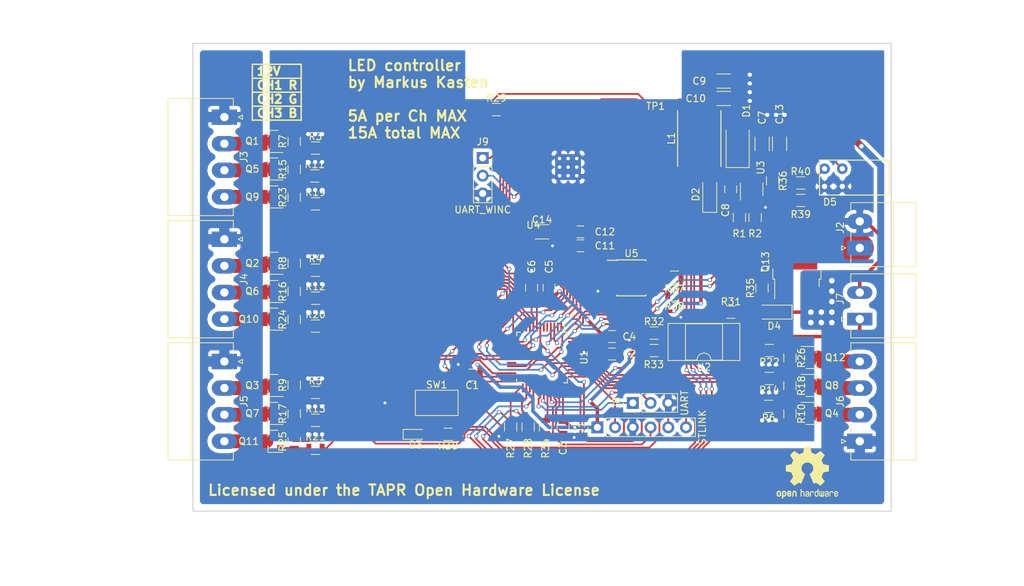
<source format=kicad_pcb>
(kicad_pcb (version 4) (host pcbnew 4.0.7)
  (layers (0 F.Cu signal) (31 B.Cu signal) (34 B.Paste user) (35 F.Paste user) (36 B.SilkS user) (37 F.SilkS user) (38 B.Mask user) (39 F.Mask user) (44 Edge.Cuts user))
  (net 0 "")
  (net 1 +12V)
  (net 2 GND)
  (net 3 "Net-(J3-Pad2)")
  (net 4 "Net-(J3-Pad3)")
  (net 5 "Net-(J3-Pad4)")
  (net 6 "Net-(J4-Pad2)")
  (net 7 "Net-(J4-Pad3)")
  (net 8 "Net-(J4-Pad4)")
  (net 9 "Net-(J5-Pad2)")
  (net 10 "Net-(J5-Pad3)")
  (net 11 "Net-(J5-Pad4)")
  (net 12 +3V3)
  (net 13 /MCU/NRST)
  (net 14 "Net-(U1-Pad2)")
  (net 15 "Net-(U1-Pad5)")
  (net 16 "Net-(U1-Pad6)")
  (net 17 "Net-(U1-Pad20)")
  (net 18 "Net-(U1-Pad29)")
  (net 19 /MCU/SWDIO)
  (net 20 /MCU/SWCLK)
  (net 21 /MCU/SWO)
  (net 22 "Net-(J6-Pad3)")
  (net 23 "Net-(Q1-Pad1)")
  (net 24 "Net-(Q7-Pad1)")
  (net 25 "Net-(Q3-Pad1)")
  (net 26 "Net-(Q5-Pad1)")
  (net 27 /LED_driver/CH1)
  (net 28 /LED_driver/CH2)
  (net 29 /LED_driver/CH3)
  (net 30 "Net-(C8-Pad1)")
  (net 31 "Net-(C8-Pad2)")
  (net 32 /MCU/SPI_CS)
  (net 33 /MCU/SPI_SCK)
  (net 34 /MCU/SPI_MISO)
  (net 35 /MCU/SPI_MOSI)
  (net 36 /MCU/UART_TX)
  (net 37 /MCU/UART_RX)
  (net 38 "Net-(R1-Pad2)")
  (net 39 "Net-(J7-Pad1)")
  (net 40 "Net-(J6-Pad2)")
  (net 41 "Net-(J6-Pad4)")
  (net 42 "Net-(Q2-Pad1)")
  (net 43 "Net-(Q4-Pad1)")
  (net 44 "Net-(Q6-Pad1)")
  (net 45 "Net-(Q8-Pad1)")
  (net 46 "Net-(Q9-Pad1)")
  (net 47 "Net-(Q10-Pad1)")
  (net 48 "Net-(Q11-Pad1)")
  (net 49 "Net-(Q12-Pad1)")
  (net 50 /LED_driver/CH4)
  (net 51 /LED_driver/CH10)
  (net 52 /LED_driver/CH5)
  (net 53 /LED_driver/CH8)
  (net 54 /LED_driver/CH11)
  (net 55 /LED_driver/CH6)
  (net 56 /LED_driver/CH9)
  (net 57 /LED_driver/CH12)
  (net 58 /ethernet/UART_RX)
  (net 59 "Net-(U4-Pad1)")
  (net 60 "Net-(U4-Pad2)")
  (net 61 "Net-(U4-Pad3)")
  (net 62 /ethernet/UART_TX)
  (net 63 "Net-(R29-Pad2)")
  (net 64 "Net-(U4-Pad21)")
  (net 65 /ethernet/ENABLE)
  (net 66 "Net-(C11-Pad1)")
  (net 67 "Net-(U4-Pad26)")
  (net 68 "Net-(U4-Pad27)")
  (net 69 /MCU/ETH_RESET)
  (net 70 /MCU/ETH_IRQ)
  (net 71 /MCU/ETH_WAKE)
  (net 72 "Net-(D3-Pad2)")
  (net 73 "Net-(R30-Pad1)")
  (net 74 "Net-(R31-Pad2)")
  (net 75 "Net-(R32-Pad2)")
  (net 76 "Net-(R33-Pad1)")
  (net 77 /LED_driver/CH7)
  (net 78 "Net-(R34-Pad1)")
  (net 79 "Net-(R34-Pad2)")
  (net 80 "Net-(D4-Pad2)")
  (net 81 /Power/12V_IN)
  (net 82 /MCU/I2C_SCL)
  (net 83 /MCU/I2C_SDA)
  (net 84 "Net-(U5-Pad1)")
  (net 85 "Net-(U5-Pad2)")
  (net 86 "Net-(U5-Pad3)")
  (net 87 "Net-(R36-Pad1)")
  (net 88 "Net-(D5-Pad1)")
  (net 89 "Net-(D5-Pad2)")
  (net 90 "Net-(R39-Pad1)")
  (net 91 "Net-(R40-Pad1)")
  (net 92 "Net-(U4-Pad25)")
  (module TO_SOT_Packages_SMD:SOT-23-6 (layer F.Cu) (at 200.016053 53.904241 90)
    (fp_text reference U3 (at 3.1 1.3 90) (layer F.SilkS))
    (fp_text value MCP16301)
    (pad 1 smd rect (at -1.1 -0.95 90) (size 1.06 0.65) (layers F.Cu F.Paste F.Mask) (net 30 "Net-(C8-Pad1)"))
    (pad 2 smd rect (at -1.1 0 90) (size 1.06 0.65) (layers F.Cu F.Paste F.Mask) (net 2 GND))
    (pad 3 smd rect (at -1.1 0.95 90) (size 1.06 0.65) (layers F.Cu F.Paste F.Mask) (net 38 "Net-(R1-Pad2)"))
    (pad 4 smd rect (at 1.1 0.95 90) (size 1.06 0.65) (layers F.Cu F.Paste F.Mask) (net 87 "Net-(R36-Pad1)"))
    (pad 6 smd rect (at 1.1 -0.95 90) (size 1.06 0.65) (layers F.Cu F.Paste F.Mask) (net 31 "Net-(C8-Pad2)"))
    (pad 5 smd rect (at 1.1 0 90) (size 1.06 0.65) (layers F.Cu F.Paste F.Mask) (net 1 +12V))
  )
  (module TO_SOT_Packages_SMD:SOT-23 (layer F.Cu) (at 131.5 47.05 180)
    (fp_text reference Q1 (at 3 0.05 180) (layer F.SilkS))
    (fp_text value Q_NMOS_GSD)
    (pad 1 smd rect (at -1 -0.95 180) (size 0.9 0.8) (layers F.Cu F.Paste F.Mask) (net 23 "Net-(Q1-Pad1)"))
    (pad 2 smd rect (at -1 0.95 180) (size 0.9 0.8) (layers F.Cu F.Paste F.Mask) (net 2 GND))
    (pad 3 smd rect (at 1 0 180) (size 0.9 0.8) (layers F.Cu F.Paste F.Mask) (net 3 "Net-(J3-Pad2)"))
  )
  (module TO_SOT_Packages_SMD:SOT-23 (layer F.Cu) (at 131.5 86 180)
    (fp_text reference Q7 (at 3 0 180) (layer F.SilkS))
    (fp_text value Q_NMOS_GSD)
    (pad 1 smd rect (at -1 -0.95 180) (size 0.9 0.8) (layers F.Cu F.Paste F.Mask) (net 24 "Net-(Q7-Pad1)"))
    (pad 2 smd rect (at -1 0.95 180) (size 0.9 0.8) (layers F.Cu F.Paste F.Mask) (net 2 GND))
    (pad 3 smd rect (at 1 0 180) (size 0.9 0.8) (layers F.Cu F.Paste F.Mask) (net 10 "Net-(J5-Pad3)"))
  )
  (module Pin_Headers:Pin_Header_Straight_1x06_Pitch2.54mm (layer F.Cu) (at 177.92 88 90)
    (fp_text reference J1 (at 0 -2.33 90) (layer F.SilkS))
    (fp_text value STLINK (at 0 15.03 90) (layer F.SilkS))
    (pad 1 thru_hole rect (at 0 0 90) (size 1.7 1.7) (drill 1) (layers *.Cu *.Mask) (net 12 +3V3))
    (pad 2 thru_hole oval (at 0 2.54 90) (size 1.7 1.7) (drill 1) (layers *.Cu *.Mask) (net 20 /MCU/SWCLK))
    (pad 3 thru_hole oval (at 0 5.08 90) (size 1.7 1.7) (drill 1) (layers *.Cu *.Mask) (net 2 GND))
    (pad 4 thru_hole oval (at 0 7.62 90) (size 1.7 1.7) (drill 1) (layers *.Cu *.Mask) (net 19 /MCU/SWDIO))
    (pad 5 thru_hole oval (at 0 10.16 90) (size 1.7 1.7) (drill 1) (layers *.Cu *.Mask) (net 13 /MCU/NRST))
    (pad 6 thru_hole oval (at 0 12.7 90) (size 1.7 1.7) (drill 1) (layers *.Cu *.Mask) (net 21 /MCU/SWO))
  )
  (module Housings_QFP:LQFP-48_7x7mm_Pitch0.5mm (layer F.Cu) (at 170 78 270)
    (fp_text reference U1 (at 0 -6 270) (layer F.SilkS))
    (fp_text value STM32F101C8Tx)
    (pad 1 smd rect (at -4.35 -2.75 270) (size 1.3 0.25) (layers F.Cu F.Paste F.Mask) (net 12 +3V3))
    (pad 2 smd rect (at -4.35 -2.25 270) (size 1.3 0.25) (layers F.Cu F.Paste F.Mask) (net 14 "Net-(U1-Pad2)"))
    (pad 3 smd rect (at -4.35 -1.75 270) (size 1.3 0.25) (layers F.Cu F.Paste F.Mask) (net 90 "Net-(R39-Pad1)"))
    (pad 4 smd rect (at -4.35 -1.25 270) (size 1.3 0.25) (layers F.Cu F.Paste F.Mask) (net 91 "Net-(R40-Pad1)"))
    (pad 5 smd rect (at -4.35 -0.75 270) (size 1.3 0.25) (layers F.Cu F.Paste F.Mask) (net 15 "Net-(U1-Pad5)"))
    (pad 6 smd rect (at -4.35 -0.25 270) (size 1.3 0.25) (layers F.Cu F.Paste F.Mask) (net 16 "Net-(U1-Pad6)"))
    (pad 7 smd rect (at -4.35 0.25 270) (size 1.3 0.25) (layers F.Cu F.Paste F.Mask) (net 13 /MCU/NRST))
    (pad 8 smd rect (at -4.35 0.75 270) (size 1.3 0.25) (layers F.Cu F.Paste F.Mask) (net 2 GND))
    (pad 9 smd rect (at -4.35 1.25 270) (size 1.3 0.25) (layers F.Cu F.Paste F.Mask) (net 12 +3V3))
    (pad 10 smd rect (at -4.35 1.75 270) (size 1.3 0.25) (layers F.Cu F.Paste F.Mask) (net 27 /LED_driver/CH1))
    (pad 11 smd rect (at -4.35 2.25 270) (size 1.3 0.25) (layers F.Cu F.Paste F.Mask) (net 28 /LED_driver/CH2))
    (pad 12 smd rect (at -4.35 2.75 270) (size 1.3 0.25) (layers F.Cu F.Paste F.Mask) (net 29 /LED_driver/CH3))
    (pad 13 smd rect (at -2.75 4.35) (size 1.3 0.25) (layers F.Cu F.Paste F.Mask) (net 50 /LED_driver/CH4))
    (pad 14 smd rect (at -2.25 4.35) (size 1.3 0.25) (layers F.Cu F.Paste F.Mask) (net 32 /MCU/SPI_CS))
    (pad 15 smd rect (at -1.75 4.35) (size 1.3 0.25) (layers F.Cu F.Paste F.Mask) (net 33 /MCU/SPI_SCK))
    (pad 16 smd rect (at -1.25 4.35) (size 1.3 0.25) (layers F.Cu F.Paste F.Mask) (net 34 /MCU/SPI_MISO))
    (pad 17 smd rect (at -0.75 4.35) (size 1.3 0.25) (layers F.Cu F.Paste F.Mask) (net 35 /MCU/SPI_MOSI))
    (pad 18 smd rect (at -0.25 4.35) (size 1.3 0.25) (layers F.Cu F.Paste F.Mask) (net 77 /LED_driver/CH7))
    (pad 19 smd rect (at 0.25 4.35) (size 1.3 0.25) (layers F.Cu F.Paste F.Mask) (net 53 /LED_driver/CH8))
    (pad 20 smd rect (at 0.75 4.35) (size 1.3 0.25) (layers F.Cu F.Paste F.Mask) (net 17 "Net-(U1-Pad20)"))
    (pad 21 smd rect (at 1.25 4.35) (size 1.3 0.25) (layers F.Cu F.Paste F.Mask) (net 82 /MCU/I2C_SCL))
    (pad 22 smd rect (at 1.75 4.35) (size 1.3 0.25) (layers F.Cu F.Paste F.Mask) (net 83 /MCU/I2C_SDA))
    (pad 23 smd rect (at 2.25 4.35) (size 1.3 0.25) (layers F.Cu F.Paste F.Mask) (net 2 GND))
    (pad 24 smd rect (at 2.75 4.35) (size 1.3 0.25) (layers F.Cu F.Paste F.Mask) (net 12 +3V3))
    (pad 25 smd rect (at 4.35 2.75 270) (size 1.3 0.25) (layers F.Cu F.Paste F.Mask) (net 69 /MCU/ETH_RESET))
    (pad 26 smd rect (at 4.35 2.25 270) (size 1.3 0.25) (layers F.Cu F.Paste F.Mask) (net 65 /ethernet/ENABLE))
    (pad 27 smd rect (at 4.35 1.75 270) (size 1.3 0.25) (layers F.Cu F.Paste F.Mask) (net 70 /MCU/ETH_IRQ))
    (pad 28 smd rect (at 4.35 1.25 270) (size 1.3 0.25) (layers F.Cu F.Paste F.Mask) (net 71 /MCU/ETH_WAKE))
    (pad 29 smd rect (at 4.35 0.75 270) (size 1.3 0.25) (layers F.Cu F.Paste F.Mask) (net 18 "Net-(U1-Pad29)"))
    (pad 30 smd rect (at 4.35 0.25 270) (size 1.3 0.25) (layers F.Cu F.Paste F.Mask) (net 36 /MCU/UART_TX))
    (pad 31 smd rect (at 4.35 -0.25 270) (size 1.3 0.25) (layers F.Cu F.Paste F.Mask) (net 37 /MCU/UART_RX))
    (pad 32 smd rect (at 4.35 -0.75 270) (size 1.3 0.25) (layers F.Cu F.Paste F.Mask) (net 78 "Net-(R34-Pad1)"))
    (pad 33 smd rect (at 4.35 -1.25 270) (size 1.3 0.25) (layers F.Cu F.Paste F.Mask) (net 76 "Net-(R33-Pad1)"))
    (pad 34 smd rect (at 4.35 -1.75 270) (size 1.3 0.25) (layers F.Cu F.Paste F.Mask) (net 19 /MCU/SWDIO))
    (pad 35 smd rect (at 4.35 -2.25 270) (size 1.3 0.25) (layers F.Cu F.Paste F.Mask) (net 2 GND))
    (pad 36 smd rect (at 4.35 -2.75 270) (size 1.3 0.25) (layers F.Cu F.Paste F.Mask) (net 12 +3V3))
    (pad 37 smd rect (at 2.75 -4.35) (size 1.3 0.25) (layers F.Cu F.Paste F.Mask) (net 20 /MCU/SWCLK))
    (pad 38 smd rect (at 2.25 -4.35) (size 1.3 0.25) (layers F.Cu F.Paste F.Mask) (net 73 "Net-(R30-Pad1)"))
    (pad 39 smd rect (at 1.75 -4.35) (size 1.3 0.25) (layers F.Cu F.Paste F.Mask) (net 21 /MCU/SWO))
    (pad 40 smd rect (at 1.25 -4.35) (size 1.3 0.25) (layers F.Cu F.Paste F.Mask) (net 52 /LED_driver/CH5))
    (pad 41 smd rect (at 0.75 -4.35) (size 1.3 0.25) (layers F.Cu F.Paste F.Mask) (net 55 /LED_driver/CH6))
    (pad 42 smd rect (at 0.25 -4.35) (size 1.3 0.25) (layers F.Cu F.Paste F.Mask) (net 56 /LED_driver/CH9))
    (pad 43 smd rect (at -0.25 -4.35) (size 1.3 0.25) (layers F.Cu F.Paste F.Mask) (net 51 /LED_driver/CH10))
    (pad 44 smd rect (at -0.75 -4.35) (size 1.3 0.25) (layers F.Cu F.Paste F.Mask) (net 2 GND))
    (pad 45 smd rect (at -1.25 -4.35) (size 1.3 0.25) (layers F.Cu F.Paste F.Mask) (net 54 /LED_driver/CH11))
    (pad 46 smd rect (at -1.75 -4.35) (size 1.3 0.25) (layers F.Cu F.Paste F.Mask) (net 57 /LED_driver/CH12))
    (pad 47 smd rect (at -2.25 -4.35) (size 1.3 0.25) (layers F.Cu F.Paste F.Mask) (net 2 GND))
    (pad 48 smd rect (at -2.75 -4.35) (size 1.3 0.25) (layers F.Cu F.Paste F.Mask) (net 12 +3V3))
  )
  (module Connectors_Phoenix:PhoenixContact_MC-G_02x3.81mm_Angled (layer F.Cu) (at 215.5 62.31 90)
    (fp_text reference J2 (at 2.905 -2.8 90) (layer F.SilkS))
    (fp_text value PWR)
    (pad 1 thru_hole rect (at 0 0 90) (size 2.2 3.6) (drill 1.2) (layers *.Cu *.Mask) (net 81 /Power/12V_IN))
    (pad 2 thru_hole oval (at 3.81 0 90) (size 2.2 3.6) (drill 1.2) (layers *.Cu *.Mask) (net 2 GND))
  )
  (module Resistors_SMD:R_0805 (layer F.Cu) (at 137.55 65.5)
    (fp_text reference R4 (at 0 -1.65) (layer F.SilkS))
    (fp_text value 100)
    (pad 1 smd rect (at -0.95 0) (size 0.7 1.3) (layers F.Cu F.Paste F.Mask) (net 42 "Net-(Q2-Pad1)"))
    (pad 2 smd rect (at 0.95 0) (size 0.7 1.3) (layers F.Cu F.Paste F.Mask) (net 50 /LED_driver/CH4))
  )
  (module TO_SOT_Packages_SMD:SOT-23 (layer F.Cu) (at 131.5 82 180)
    (fp_text reference Q3 (at 3 0 180) (layer F.SilkS))
    (fp_text value Q_NMOS_GSD)
    (pad 1 smd rect (at -1 -0.95 180) (size 0.9 0.8) (layers F.Cu F.Paste F.Mask) (net 25 "Net-(Q3-Pad1)"))
    (pad 2 smd rect (at -1 0.95 180) (size 0.9 0.8) (layers F.Cu F.Paste F.Mask) (net 2 GND))
    (pad 3 smd rect (at 1 0 180) (size 0.9 0.8) (layers F.Cu F.Paste F.Mask) (net 9 "Net-(J5-Pad2)"))
  )
  (module TO_SOT_Packages_SMD:SOT-23 (layer F.Cu) (at 131.5 51 180)
    (fp_text reference Q5 (at 3 0 180) (layer F.SilkS))
    (fp_text value Q_NMOS_GSD)
    (pad 1 smd rect (at -1 -0.95 180) (size 0.9 0.8) (layers F.Cu F.Paste F.Mask) (net 26 "Net-(Q5-Pad1)"))
    (pad 2 smd rect (at -1 0.95 180) (size 0.9 0.8) (layers F.Cu F.Paste F.Mask) (net 2 GND))
    (pad 3 smd rect (at 1 0 180) (size 0.9 0.8) (layers F.Cu F.Paste F.Mask) (net 4 "Net-(J3-Pad3)"))
  )
  (module Resistors_SMD:R_0805 (layer F.Cu) (at 137.55 48)
    (fp_text reference R3 (at 0 -1.65) (layer F.SilkS))
    (fp_text value 100)
    (pad 1 smd rect (at -0.95 0) (size 0.7 1.3) (layers F.Cu F.Paste F.Mask) (net 23 "Net-(Q1-Pad1)"))
    (pad 2 smd rect (at 0.95 0) (size 0.7 1.3) (layers F.Cu F.Paste F.Mask) (net 27 /LED_driver/CH1))
  )
  (module Resistors_SMD:R_0805 (layer F.Cu) (at 134.5 47.05 90)
    (fp_text reference R7 (at 0 -1.65 90) (layer F.SilkS))
    (fp_text value 100k)
    (pad 1 smd rect (at -0.95 0 90) (size 0.7 1.3) (layers F.Cu F.Paste F.Mask) (net 23 "Net-(Q1-Pad1)"))
    (pad 2 smd rect (at 0.95 0 90) (size 0.7 1.3) (layers F.Cu F.Paste F.Mask) (net 2 GND))
  )
  (module Resistors_SMD:R_0805 (layer F.Cu) (at 137.45 52)
    (fp_text reference R11 (at 0 -1.65) (layer F.SilkS))
    (fp_text value 100)
    (pad 1 smd rect (at -0.95 0) (size 0.7 1.3) (layers F.Cu F.Paste F.Mask) (net 26 "Net-(Q5-Pad1)"))
    (pad 2 smd rect (at 0.95 0) (size 0.7 1.3) (layers F.Cu F.Paste F.Mask) (net 28 /LED_driver/CH2))
  )
  (module Resistors_SMD:R_0805 (layer F.Cu) (at 134.5 51.05 90)
    (fp_text reference R15 (at 0 -1.65 90) (layer F.SilkS))
    (fp_text value 100k)
    (pad 1 smd rect (at -0.95 0 90) (size 0.7 1.3) (layers F.Cu F.Paste F.Mask) (net 26 "Net-(Q5-Pad1)"))
    (pad 2 smd rect (at 0.95 0 90) (size 0.7 1.3) (layers F.Cu F.Paste F.Mask) (net 2 GND))
  )
  (module Resistors_SMD:R_0805 (layer F.Cu) (at 137.55 56)
    (fp_text reference R19 (at 0 -1.65) (layer F.SilkS))
    (fp_text value 100)
    (pad 1 smd rect (at -0.95 0) (size 0.7 1.3) (layers F.Cu F.Paste F.Mask) (net 46 "Net-(Q9-Pad1)"))
    (pad 2 smd rect (at 0.95 0) (size 0.7 1.3) (layers F.Cu F.Paste F.Mask) (net 29 /LED_driver/CH3))
  )
  (module Resistors_SMD:R_0805 (layer F.Cu) (at 134.5 55.05 90)
    (fp_text reference R23 (at 0 -1.65 90) (layer F.SilkS))
    (fp_text value 100k)
    (pad 1 smd rect (at -0.95 0 90) (size 0.7 1.3) (layers F.Cu F.Paste F.Mask) (net 46 "Net-(Q9-Pad1)"))
    (pad 2 smd rect (at 0.95 0 90) (size 0.7 1.3) (layers F.Cu F.Paste F.Mask) (net 2 GND))
  )
  (module Capacitors_SMD:C_0805 (layer F.Cu) (at 197.016053 53.904241 90)
    (fp_text reference C8 (at -3 -0.75 90) (layer F.SilkS))
    (fp_text value 100n)
    (pad 1 smd rect (at -1 0 90) (size 1 1.25) (layers F.Cu F.Paste F.Mask) (net 30 "Net-(C8-Pad1)"))
    (pad 2 smd rect (at 1 0 90) (size 1 1.25) (layers F.Cu F.Paste F.Mask) (net 31 "Net-(C8-Pad2)"))
  )
  (module Capacitors_SMD:C_1206 (layer F.Cu) (at 196.016053 38.404241)
    (fp_text reference C9 (at -3.5 0) (layer F.SilkS))
    (fp_text value 10u)
    (pad 1 smd rect (at -1.5 0) (size 1 1.6) (layers F.Cu F.Paste F.Mask) (net 12 +3V3))
    (pad 2 smd rect (at 1.5 0) (size 1 1.6) (layers F.Cu F.Paste F.Mask) (net 2 GND))
  )
  (module Capacitors_SMD:C_1206 (layer F.Cu) (at 196.016053 40.904241)
    (fp_text reference C10 (at -4 0) (layer F.SilkS))
    (fp_text value 10u)
    (pad 1 smd rect (at -1.5 0) (size 1 1.6) (layers F.Cu F.Paste F.Mask) (net 12 +3V3))
    (pad 2 smd rect (at 1.5 0) (size 1 1.6) (layers F.Cu F.Paste F.Mask) (net 2 GND))
  )
  (module Diodes_SMD:D_SMA (layer F.Cu) (at 198.016053 47.404241 90)
    (fp_text reference D1 (at 4.75 1.25 90) (layer F.SilkS))
    (fp_text value "1A 40V")
    (pad 1 smd rect (at -2 0 90) (size 2.5 1.8) (layers F.Cu F.Paste F.Mask) (net 31 "Net-(C8-Pad2)"))
    (pad 2 smd rect (at 2 0 90) (size 2.5 1.8) (layers F.Cu F.Paste F.Mask) (net 2 GND))
  )
  (module Resistors_SMD:R_0805 (layer F.Cu) (at 198.266053 57.954241 270)
    (fp_text reference R1 (at 2.295759 0.016053 360) (layer F.SilkS))
    (fp_text value 31.2k)
    (pad 1 smd rect (at -0.95 0 270) (size 0.7 1.3) (layers F.Cu F.Paste F.Mask) (net 12 +3V3))
    (pad 2 smd rect (at 0.95 0 270) (size 0.7 1.3) (layers F.Cu F.Paste F.Mask) (net 38 "Net-(R1-Pad2)"))
  )
  (module Resistors_SMD:R_0805 (layer F.Cu) (at 200.516053 57.954241 90)
    (fp_text reference R2 (at -2.295759 0 180) (layer F.SilkS))
    (fp_text value 10k)
    (pad 1 smd rect (at -0.95 0 90) (size 0.7 1.3) (layers F.Cu F.Paste F.Mask) (net 38 "Net-(R1-Pad2)"))
    (pad 2 smd rect (at 0.95 0 90) (size 0.7 1.3) (layers F.Cu F.Paste F.Mask) (net 2 GND))
  )
  (module TO_SOT_Packages_SMD:SOT-23 (layer F.Cu) (at 131.5 64.5 180)
    (fp_text reference Q2 (at 3 0 180) (layer F.SilkS))
    (fp_text value Q_NMOS_GSD)
    (pad 1 smd rect (at -1 -0.95 180) (size 0.9 0.8) (layers F.Cu F.Paste F.Mask) (net 42 "Net-(Q2-Pad1)"))
    (pad 2 smd rect (at -1 0.95 180) (size 0.9 0.8) (layers F.Cu F.Paste F.Mask) (net 2 GND))
    (pad 3 smd rect (at 1 0 180) (size 0.9 0.8) (layers F.Cu F.Paste F.Mask) (net 6 "Net-(J4-Pad2)"))
  )
  (module TO_SOT_Packages_SMD:SOT-23 (layer F.Cu) (at 208.5 86)
    (fp_text reference Q4 (at 3 0) (layer F.SilkS))
    (fp_text value Q_NMOS_GSD)
    (pad 1 smd rect (at -1 -0.95) (size 0.9 0.8) (layers F.Cu F.Paste F.Mask) (net 43 "Net-(Q4-Pad1)"))
    (pad 2 smd rect (at -1 0.95) (size 0.9 0.8) (layers F.Cu F.Paste F.Mask) (net 2 GND))
    (pad 3 smd rect (at 1 0) (size 0.9 0.8) (layers F.Cu F.Paste F.Mask) (net 40 "Net-(J6-Pad2)"))
  )
  (module TO_SOT_Packages_SMD:SOT-23 (layer F.Cu) (at 131.5 68.55 180)
    (fp_text reference Q6 (at 3 0.05 180) (layer F.SilkS))
    (fp_text value Q_NMOS_GSD)
    (pad 1 smd rect (at -1 -0.95 180) (size 0.9 0.8) (layers F.Cu F.Paste F.Mask) (net 44 "Net-(Q6-Pad1)"))
    (pad 2 smd rect (at -1 0.95 180) (size 0.9 0.8) (layers F.Cu F.Paste F.Mask) (net 2 GND))
    (pad 3 smd rect (at 1 0 180) (size 0.9 0.8) (layers F.Cu F.Paste F.Mask) (net 7 "Net-(J4-Pad3)"))
  )
  (module TO_SOT_Packages_SMD:SOT-23 (layer F.Cu) (at 208.5 82)
    (fp_text reference Q8 (at 3 0) (layer F.SilkS))
    (fp_text value Q_NMOS_GSD)
    (pad 1 smd rect (at -1 -0.95) (size 0.9 0.8) (layers F.Cu F.Paste F.Mask) (net 45 "Net-(Q8-Pad1)"))
    (pad 2 smd rect (at -1 0.95) (size 0.9 0.8) (layers F.Cu F.Paste F.Mask) (net 2 GND))
    (pad 3 smd rect (at 1 0) (size 0.9 0.8) (layers F.Cu F.Paste F.Mask) (net 22 "Net-(J6-Pad3)"))
  )
  (module Connectors_Phoenix:PhoenixContact_MC-G_04x3.81mm_Angled (layer F.Cu) (at 124.5 43.57 270)
    (fp_text reference J3 (at 5.715 -2.8 270) (layer F.SilkS))
    (fp_text value GRP1)
    (pad 1 thru_hole rect (at 0 0 270) (size 2.2 3.6) (drill 1.2) (layers *.Cu *.Mask) (net 1 +12V))
    (pad 2 thru_hole oval (at 3.81 0 270) (size 2.2 3.6) (drill 1.2) (layers *.Cu *.Mask) (net 3 "Net-(J3-Pad2)"))
    (pad 3 thru_hole oval (at 7.62 0 270) (size 2.2 3.6) (drill 1.2) (layers *.Cu *.Mask) (net 4 "Net-(J3-Pad3)"))
    (pad 4 thru_hole oval (at 11.43 0 270) (size 2.2 3.6) (drill 1.2) (layers *.Cu *.Mask) (net 5 "Net-(J3-Pad4)"))
  )
  (module Connectors_Phoenix:PhoenixContact_MC-G_04x3.81mm_Angled (layer F.Cu) (at 124.5 61.07 270)
    (fp_text reference J4 (at 5.715 -2.8 270) (layer F.SilkS))
    (fp_text value GRP2)
    (pad 1 thru_hole rect (at 0 0 270) (size 2.2 3.6) (drill 1.2) (layers *.Cu *.Mask) (net 1 +12V))
    (pad 2 thru_hole oval (at 3.81 0 270) (size 2.2 3.6) (drill 1.2) (layers *.Cu *.Mask) (net 6 "Net-(J4-Pad2)"))
    (pad 3 thru_hole oval (at 7.62 0 270) (size 2.2 3.6) (drill 1.2) (layers *.Cu *.Mask) (net 7 "Net-(J4-Pad3)"))
    (pad 4 thru_hole oval (at 11.43 0 270) (size 2.2 3.6) (drill 1.2) (layers *.Cu *.Mask) (net 8 "Net-(J4-Pad4)"))
  )
  (module Connectors_Phoenix:PhoenixContact_MC-G_04x3.81mm_Angled (layer F.Cu) (at 124.5 78.57 270)
    (fp_text reference J5 (at 5.715 -2.8 270) (layer F.SilkS))
    (fp_text value GRP3)
    (pad 1 thru_hole rect (at 0 0 270) (size 2.2 3.6) (drill 1.2) (layers *.Cu *.Mask) (net 1 +12V))
    (pad 2 thru_hole oval (at 3.81 0 270) (size 2.2 3.6) (drill 1.2) (layers *.Cu *.Mask) (net 9 "Net-(J5-Pad2)"))
    (pad 3 thru_hole oval (at 7.62 0 270) (size 2.2 3.6) (drill 1.2) (layers *.Cu *.Mask) (net 10 "Net-(J5-Pad3)"))
    (pad 4 thru_hole oval (at 11.43 0 270) (size 2.2 3.6) (drill 1.2) (layers *.Cu *.Mask) (net 11 "Net-(J5-Pad4)"))
  )
  (module Connectors_Phoenix:PhoenixContact_MC-G_04x3.81mm_Angled (layer F.Cu) (at 215.5 90 90)
    (fp_text reference J6 (at 5.715 -2.8 90) (layer F.SilkS))
    (fp_text value GRP4)
    (pad 1 thru_hole rect (at 0 0 90) (size 2.2 3.6) (drill 1.2) (layers *.Cu *.Mask) (net 1 +12V))
    (pad 2 thru_hole oval (at 3.81 0 90) (size 2.2 3.6) (drill 1.2) (layers *.Cu *.Mask) (net 40 "Net-(J6-Pad2)"))
    (pad 3 thru_hole oval (at 7.62 0 90) (size 2.2 3.6) (drill 1.2) (layers *.Cu *.Mask) (net 22 "Net-(J6-Pad3)"))
    (pad 4 thru_hole oval (at 11.43 0 90) (size 2.2 3.6) (drill 1.2) (layers *.Cu *.Mask) (net 41 "Net-(J6-Pad4)"))
  )
  (module TO_SOT_Packages_SMD:SOT-23 (layer F.Cu) (at 131.5 55 180)
    (fp_text reference Q9 (at 3 0 180) (layer F.SilkS))
    (fp_text value Q_NMOS_GSD)
    (pad 1 smd rect (at -1 -0.95 180) (size 0.9 0.8) (layers F.Cu F.Paste F.Mask) (net 46 "Net-(Q9-Pad1)"))
    (pad 2 smd rect (at -1 0.95 180) (size 0.9 0.8) (layers F.Cu F.Paste F.Mask) (net 2 GND))
    (pad 3 smd rect (at 1 0 180) (size 0.9 0.8) (layers F.Cu F.Paste F.Mask) (net 5 "Net-(J3-Pad4)"))
  )
  (module TO_SOT_Packages_SMD:SOT-23 (layer F.Cu) (at 131.5 72.5 180)
    (fp_text reference Q10 (at 3.5 0 180) (layer F.SilkS))
    (fp_text value Q_NMOS_GSD)
    (pad 1 smd rect (at -1 -0.95 180) (size 0.9 0.8) (layers F.Cu F.Paste F.Mask) (net 47 "Net-(Q10-Pad1)"))
    (pad 2 smd rect (at -1 0.95 180) (size 0.9 0.8) (layers F.Cu F.Paste F.Mask) (net 2 GND))
    (pad 3 smd rect (at 1 0 180) (size 0.9 0.8) (layers F.Cu F.Paste F.Mask) (net 8 "Net-(J4-Pad4)"))
  )
  (module TO_SOT_Packages_SMD:SOT-23 (layer F.Cu) (at 131.5 90 180)
    (fp_text reference Q11 (at 3.5 0 180) (layer F.SilkS))
    (fp_text value Q_NMOS_GSD)
    (pad 1 smd rect (at -1 -0.95 180) (size 0.9 0.8) (layers F.Cu F.Paste F.Mask) (net 48 "Net-(Q11-Pad1)"))
    (pad 2 smd rect (at -1 0.95 180) (size 0.9 0.8) (layers F.Cu F.Paste F.Mask) (net 2 GND))
    (pad 3 smd rect (at 1 0 180) (size 0.9 0.8) (layers F.Cu F.Paste F.Mask) (net 11 "Net-(J5-Pad4)"))
  )
  (module TO_SOT_Packages_SMD:SOT-23 (layer F.Cu) (at 208.5 78)
    (fp_text reference Q12 (at 3.5 0) (layer F.SilkS))
    (fp_text value Q_NMOS_GSD)
    (pad 1 smd rect (at -1 -0.95) (size 0.9 0.8) (layers F.Cu F.Paste F.Mask) (net 49 "Net-(Q12-Pad1)"))
    (pad 2 smd rect (at -1 0.95) (size 0.9 0.8) (layers F.Cu F.Paste F.Mask) (net 2 GND))
    (pad 3 smd rect (at 1 0) (size 0.9 0.8) (layers F.Cu F.Paste F.Mask) (net 41 "Net-(J6-Pad4)"))
  )
  (module Resistors_SMD:R_0805 (layer F.Cu) (at 137.55 83)
    (fp_text reference R5 (at 0 -1.65) (layer F.SilkS))
    (fp_text value 100)
    (pad 1 smd rect (at -0.95 0) (size 0.7 1.3) (layers F.Cu F.Paste F.Mask) (net 25 "Net-(Q3-Pad1)"))
    (pad 2 smd rect (at 0.95 0) (size 0.7 1.3) (layers F.Cu F.Paste F.Mask) (net 77 /LED_driver/CH7))
  )
  (module Resistors_SMD:R_0805 (layer F.Cu) (at 202.45 85 180)
    (fp_text reference R6 (at 0 -1.65 180) (layer F.SilkS))
    (fp_text value 100)
    (pad 1 smd rect (at -0.95 0 180) (size 0.7 1.3) (layers F.Cu F.Paste F.Mask) (net 43 "Net-(Q4-Pad1)"))
    (pad 2 smd rect (at 0.95 0 180) (size 0.7 1.3) (layers F.Cu F.Paste F.Mask) (net 51 /LED_driver/CH10))
  )
  (module Resistors_SMD:R_0805 (layer F.Cu) (at 134.5 64.5 90)
    (fp_text reference R8 (at 0 -1.65 90) (layer F.SilkS))
    (fp_text value 100k)
    (pad 1 smd rect (at -0.95 0 90) (size 0.7 1.3) (layers F.Cu F.Paste F.Mask) (net 42 "Net-(Q2-Pad1)"))
    (pad 2 smd rect (at 0.95 0 90) (size 0.7 1.3) (layers F.Cu F.Paste F.Mask) (net 2 GND))
  )
  (module Resistors_SMD:R_0805 (layer F.Cu) (at 134.5 81.95 90)
    (fp_text reference R9 (at 0 -1.65 90) (layer F.SilkS))
    (fp_text value 100k)
    (pad 1 smd rect (at -0.95 0 90) (size 0.7 1.3) (layers F.Cu F.Paste F.Mask) (net 25 "Net-(Q3-Pad1)"))
    (pad 2 smd rect (at 0.95 0 90) (size 0.7 1.3) (layers F.Cu F.Paste F.Mask) (net 2 GND))
  )
  (module Resistors_SMD:R_0805 (layer F.Cu) (at 205.5 86.05 270)
    (fp_text reference R10 (at 0 -1.65 270) (layer F.SilkS))
    (fp_text value 100k)
    (pad 1 smd rect (at -0.95 0 270) (size 0.7 1.3) (layers F.Cu F.Paste F.Mask) (net 43 "Net-(Q4-Pad1)"))
    (pad 2 smd rect (at 0.95 0 270) (size 0.7 1.3) (layers F.Cu F.Paste F.Mask) (net 2 GND))
  )
  (module Resistors_SMD:R_0805 (layer F.Cu) (at 137.55 69.5)
    (fp_text reference R12 (at 0 -1.65) (layer F.SilkS))
    (fp_text value 100)
    (pad 1 smd rect (at -0.95 0) (size 0.7 1.3) (layers F.Cu F.Paste F.Mask) (net 44 "Net-(Q6-Pad1)"))
    (pad 2 smd rect (at 0.95 0) (size 0.7 1.3) (layers F.Cu F.Paste F.Mask) (net 52 /LED_driver/CH5))
  )
  (module Resistors_SMD:R_0805 (layer F.Cu) (at 137.55 87)
    (fp_text reference R13 (at 0 -1.65) (layer F.SilkS))
    (fp_text value 100)
    (pad 1 smd rect (at -0.95 0) (size 0.7 1.3) (layers F.Cu F.Paste F.Mask) (net 24 "Net-(Q7-Pad1)"))
    (pad 2 smd rect (at 0.95 0) (size 0.7 1.3) (layers F.Cu F.Paste F.Mask) (net 53 /LED_driver/CH8))
  )
  (module Resistors_SMD:R_0805 (layer F.Cu) (at 202.55 81 180)
    (fp_text reference R14 (at 0 -1.65 180) (layer F.SilkS))
    (fp_text value 100)
    (pad 1 smd rect (at -0.95 0 180) (size 0.7 1.3) (layers F.Cu F.Paste F.Mask) (net 45 "Net-(Q8-Pad1)"))
    (pad 2 smd rect (at 0.95 0 180) (size 0.7 1.3) (layers F.Cu F.Paste F.Mask) (net 54 /LED_driver/CH11))
  )
  (module Resistors_SMD:R_0805 (layer F.Cu) (at 134.5 68.55 90)
    (fp_text reference R16 (at 0 -1.65 90) (layer F.SilkS))
    (fp_text value 100k)
    (pad 1 smd rect (at -0.95 0 90) (size 0.7 1.3) (layers F.Cu F.Paste F.Mask) (net 44 "Net-(Q6-Pad1)"))
    (pad 2 smd rect (at 0.95 0 90) (size 0.7 1.3) (layers F.Cu F.Paste F.Mask) (net 2 GND))
  )
  (module Resistors_SMD:R_0805 (layer F.Cu) (at 134.5 86.05 90)
    (fp_text reference R17 (at 0 -1.65 90) (layer F.SilkS))
    (fp_text value 100k)
    (pad 1 smd rect (at -0.95 0 90) (size 0.7 1.3) (layers F.Cu F.Paste F.Mask) (net 24 "Net-(Q7-Pad1)"))
    (pad 2 smd rect (at 0.95 0 90) (size 0.7 1.3) (layers F.Cu F.Paste F.Mask) (net 2 GND))
  )
  (module Resistors_SMD:R_0805 (layer F.Cu) (at 205.5 82.05 270)
    (fp_text reference R18 (at 0 -1.65 270) (layer F.SilkS))
    (fp_text value 100k)
    (pad 1 smd rect (at -0.95 0 270) (size 0.7 1.3) (layers F.Cu F.Paste F.Mask) (net 45 "Net-(Q8-Pad1)"))
    (pad 2 smd rect (at 0.95 0 270) (size 0.7 1.3) (layers F.Cu F.Paste F.Mask) (net 2 GND))
  )
  (module Resistors_SMD:R_0805 (layer F.Cu) (at 137.55 73.5)
    (fp_text reference R20 (at 0 -1.65) (layer F.SilkS))
    (fp_text value 100)
    (pad 1 smd rect (at -0.95 0) (size 0.7 1.3) (layers F.Cu F.Paste F.Mask) (net 47 "Net-(Q10-Pad1)"))
    (pad 2 smd rect (at 0.95 0) (size 0.7 1.3) (layers F.Cu F.Paste F.Mask) (net 55 /LED_driver/CH6))
  )
  (module Resistors_SMD:R_0805 (layer F.Cu) (at 137.55 91)
    (fp_text reference R21 (at 0 -1.65) (layer F.SilkS))
    (fp_text value 100)
    (pad 1 smd rect (at -0.95 0) (size 0.7 1.3) (layers F.Cu F.Paste F.Mask) (net 48 "Net-(Q11-Pad1)"))
    (pad 2 smd rect (at 0.95 0) (size 0.7 1.3) (layers F.Cu F.Paste F.Mask) (net 56 /LED_driver/CH9))
  )
  (module Resistors_SMD:R_0805 (layer F.Cu) (at 202.55 77 180)
    (fp_text reference R22 (at 0 -1.65 180) (layer F.SilkS))
    (fp_text value 100)
    (pad 1 smd rect (at -0.95 0 180) (size 0.7 1.3) (layers F.Cu F.Paste F.Mask) (net 49 "Net-(Q12-Pad1)"))
    (pad 2 smd rect (at 0.95 0 180) (size 0.7 1.3) (layers F.Cu F.Paste F.Mask) (net 57 /LED_driver/CH12))
  )
  (module Resistors_SMD:R_0805 (layer F.Cu) (at 134.5 72.55 90)
    (fp_text reference R24 (at 0 -1.65 90) (layer F.SilkS))
    (fp_text value 100k)
    (pad 1 smd rect (at -0.95 0 90) (size 0.7 1.3) (layers F.Cu F.Paste F.Mask) (net 47 "Net-(Q10-Pad1)"))
    (pad 2 smd rect (at 0.95 0 90) (size 0.7 1.3) (layers F.Cu F.Paste F.Mask) (net 2 GND))
  )
  (module Resistors_SMD:R_0805 (layer F.Cu) (at 134.5 90.05 90)
    (fp_text reference R25 (at 0 -1.65 90) (layer F.SilkS))
    (fp_text value 100k)
    (pad 1 smd rect (at -0.95 0 90) (size 0.7 1.3) (layers F.Cu F.Paste F.Mask) (net 48 "Net-(Q11-Pad1)"))
    (pad 2 smd rect (at 0.95 0 90) (size 0.7 1.3) (layers F.Cu F.Paste F.Mask) (net 2 GND))
  )
  (module Resistors_SMD:R_0805 (layer F.Cu) (at 205.5 78.05 270)
    (fp_text reference R26 (at 0 -1.65 270) (layer F.SilkS))
    (fp_text value 100k)
    (pad 1 smd rect (at -0.95 0 270) (size 0.7 1.3) (layers F.Cu F.Paste F.Mask) (net 49 "Net-(Q12-Pad1)"))
    (pad 2 smd rect (at 0.95 0 270) (size 0.7 1.3) (layers F.Cu F.Paste F.Mask) (net 2 GND))
  )
  (module Capacitors_SMD:C_0805 (layer F.Cu) (at 175.5 62)
    (fp_text reference C11 (at 3.5 0) (layer F.SilkS))
    (fp_text value 10u)
    (pad 1 smd rect (at -1 0) (size 1 1.25) (layers F.Cu F.Paste F.Mask) (net 66 "Net-(C11-Pad1)"))
    (pad 2 smd rect (at 1 0) (size 1 1.25) (layers F.Cu F.Paste F.Mask) (net 2 GND))
  )
  (module Capacitors_SMD:C_0805 (layer F.Cu) (at 175.5 60)
    (fp_text reference C12 (at 3.5 0) (layer F.SilkS))
    (fp_text value 10n)
    (pad 1 smd rect (at -1 0) (size 1 1.25) (layers F.Cu F.Paste F.Mask) (net 66 "Net-(C11-Pad1)"))
    (pad 2 smd rect (at 1 0) (size 1 1.25) (layers F.Cu F.Paste F.Mask) (net 2 GND))
  )
  (module Resistors_SMD:R_0805 (layer F.Cu) (at 165.5 87.95 90)
    (fp_text reference R27 (at -3.05 0 90) (layer F.SilkS))
    (fp_text value 1M)
    (pad 1 smd rect (at -0.95 0 90) (size 0.7 1.3) (layers F.Cu F.Paste F.Mask) (net 2 GND))
    (pad 2 smd rect (at 0.95 0 90) (size 0.7 1.3) (layers F.Cu F.Paste F.Mask) (net 69 /MCU/ETH_RESET))
  )
  (module Resistors_SMD:R_0805 (layer F.Cu) (at 168 87.95 90)
    (fp_text reference R28 (at -3.05 0 90) (layer F.SilkS))
    (fp_text value 1M)
    (pad 1 smd rect (at -0.95 0 90) (size 0.7 1.3) (layers F.Cu F.Paste F.Mask) (net 2 GND))
    (pad 2 smd rect (at 0.95 0 90) (size 0.7 1.3) (layers F.Cu F.Paste F.Mask) (net 65 /ethernet/ENABLE))
  )
  (module Resistors_SMD:R_0805 (layer F.Cu) (at 163.45 42.5)
    (fp_text reference R29 (at 0 -1.65) (layer F.SilkS))
    (fp_text value 1M)
    (pad 1 smd rect (at -0.95 0) (size 0.7 1.3) (layers F.Cu F.Paste F.Mask) (net 12 +3V3))
    (pad 2 smd rect (at 0.95 0) (size 0.7 1.3) (layers F.Cu F.Paste F.Mask) (net 63 "Net-(R29-Pad2)"))
  )
  (module LEDs:LED_0805 (layer F.Cu) (at 151.9 89)
    (fp_text reference D3 (at 0 1.5) (layer F.SilkS))
    (fp_text value LED)
    (pad 2 smd rect (at 1.1 0 180) (size 1.2 1.2) (layers F.Cu F.Paste F.Mask) (net 72 "Net-(D3-Pad2)"))
    (pad 1 smd rect (at -1.1 0 180) (size 1.2 1.2) (layers F.Cu F.Paste F.Mask) (net 2 GND))
  )
  (module Resistors_SMD:R_0805 (layer F.Cu) (at 156.55 89 180)
    (fp_text reference R30 (at 0 -1.65 180) (layer F.SilkS))
    (fp_text value 1k)
    (pad 1 smd rect (at -0.95 0 180) (size 0.7 1.3) (layers F.Cu F.Paste F.Mask) (net 73 "Net-(R30-Pad1)"))
    (pad 2 smd rect (at 0.95 0 180) (size 0.7 1.3) (layers F.Cu F.Paste F.Mask) (net 72 "Net-(D3-Pad2)"))
  )
  (module Measurement_Points:Measurement_Point_Round-SMD-Pad_Small (layer F.Cu) (at 186.25 44)
    (fp_text reference TP1 (at 0 -2) (layer F.SilkS))
    (fp_text value TEST)
    (pad 1 smd circle (at 0 0) (size 1.5 1.5) (layers F.Cu F.Mask) (net 12 +3V3))
  )
  (module Capacitors_SMD:C_0805 (layer F.Cu) (at 160 80.5 180)
    (fp_text reference C1 (at 0 -1.5 180) (layer F.SilkS))
    (fp_text value 100n)
    (pad 1 smd rect (at -1 0 180) (size 1 1.25) (layers F.Cu F.Paste F.Mask) (net 12 +3V3))
    (pad 2 smd rect (at 1 0 180) (size 1 1.25) (layers F.Cu F.Paste F.Mask) (net 2 GND))
  )
  (module Capacitors_SMD:C_0805 (layer F.Cu) (at 180 77.5)
    (fp_text reference C2 (at 2.5 0) (layer F.SilkS))
    (fp_text value 100n)
    (pad 1 smd rect (at -1 0) (size 1 1.25) (layers F.Cu F.Paste F.Mask) (net 12 +3V3))
    (pad 2 smd rect (at 1 0) (size 1 1.25) (layers F.Cu F.Paste F.Mask) (net 2 GND))
  )
  (module Capacitors_SMD:C_0805 (layer F.Cu) (at 173 88 270)
    (fp_text reference C3 (at 3 0 270) (layer F.SilkS))
    (fp_text value 100n)
    (pad 1 smd rect (at -1 0 270) (size 1 1.25) (layers F.Cu F.Paste F.Mask) (net 12 +3V3))
    (pad 2 smd rect (at 1 0 270) (size 1 1.25) (layers F.Cu F.Paste F.Mask) (net 2 GND))
  )
  (module Capacitors_SMD:C_0805 (layer F.Cu) (at 180 75)
    (fp_text reference C4 (at 2.5 0) (layer F.SilkS))
    (fp_text value 4.7u)
    (pad 1 smd rect (at -1 0) (size 1 1.25) (layers F.Cu F.Paste F.Mask) (net 12 +3V3))
    (pad 2 smd rect (at 1 0) (size 1 1.25) (layers F.Cu F.Paste F.Mask) (net 2 GND))
  )
  (module Capacitors_SMD:C_0805 (layer F.Cu) (at 171 68 90)
    (fp_text reference C5 (at 3 0 90) (layer F.SilkS))
    (fp_text value 10n)
    (pad 1 smd rect (at -1 0 90) (size 1 1.25) (layers F.Cu F.Paste F.Mask) (net 12 +3V3))
    (pad 2 smd rect (at 1 0 90) (size 1 1.25) (layers F.Cu F.Paste F.Mask) (net 2 GND))
  )
  (module Connectors_Phoenix:PhoenixContact_MC-G_02x3.81mm_Angled (layer F.Cu) (at 215.5 72.5 90)
    (fp_text reference J7 (at 2.905 -2.8 90) (layer F.SilkS))
    (fp_text value SWITCH)
    (pad 1 thru_hole rect (at 0 0 90) (size 1.8 3.6) (drill 1.2) (layers *.Cu *.Mask) (net 39 "Net-(J7-Pad1)"))
    (pad 2 thru_hole oval (at 3.81 0 90) (size 1.8 3.6) (drill 1.2) (layers *.Cu *.Mask) (net 2 GND))
  )
  (module Resistors_SMD:R_0805 (layer F.Cu) (at 197.05 71.5 180)
    (fp_text reference R31 (at 0 1.5 180) (layer F.SilkS))
    (fp_text value 1k)
    (pad 1 smd rect (at -0.95 0 180) (size 0.7 1.3) (layers F.Cu F.Paste F.Mask) (net 1 +12V))
    (pad 2 smd rect (at 0.95 0 180) (size 0.7 1.3) (layers F.Cu F.Paste F.Mask) (net 74 "Net-(R31-Pad2)"))
  )
  (module Resistors_SMD:R_0805 (layer F.Cu) (at 186.05 74.5)
    (fp_text reference R32 (at 0 -1.65) (layer F.SilkS))
    (fp_text value 10k)
    (pad 1 smd rect (at -0.95 0) (size 0.7 1.3) (layers F.Cu F.Paste F.Mask) (net 12 +3V3))
    (pad 2 smd rect (at 0.95 0) (size 0.7 1.3) (layers F.Cu F.Paste F.Mask) (net 75 "Net-(R32-Pad2)"))
  )
  (module Resistors_SMD:R_0805 (layer F.Cu) (at 186.05 77)
    (fp_text reference R33 (at -0.05 2) (layer F.SilkS))
    (fp_text value 1k)
    (pad 1 smd rect (at -0.95 0) (size 0.7 1.3) (layers F.Cu F.Paste F.Mask) (net 76 "Net-(R33-Pad1)"))
    (pad 2 smd rect (at 0.95 0) (size 0.7 1.3) (layers F.Cu F.Paste F.Mask) (net 75 "Net-(R32-Pad2)"))
  )
  (module Housings_DIP:DIP-4_W7.62mm_SMDSocket_SmallPads (layer F.Cu) (at 193.19 75.77 180)
    (fp_text reference U2 (at 0 -3.6 180) (layer F.SilkS))
    (fp_text value LTV-814)
    (pad 1 smd rect (at -3.81 -1.27 180) (size 1.6 1.6) (layers F.Cu F.Paste F.Mask) (net 74 "Net-(R31-Pad2)"))
    (pad 3 smd rect (at 3.81 1.27 180) (size 1.6 1.6) (layers F.Cu F.Paste F.Mask) (net 2 GND))
    (pad 2 smd rect (at -3.81 1.27 180) (size 1.6 1.6) (layers F.Cu F.Paste F.Mask) (net 39 "Net-(J7-Pad1)"))
    (pad 4 smd rect (at 3.81 -1.27 180) (size 1.6 1.6) (layers F.Cu F.Paste F.Mask) (net 75 "Net-(R32-Pad2)"))
  )
  (module Resistors_SMD:R_0805 (layer F.Cu) (at 170.5 87.95 270)
    (fp_text reference R34 (at 3.05 0 270) (layer F.SilkS))
    (fp_text value 1k)
    (pad 1 smd rect (at -0.95 0 270) (size 0.7 1.3) (layers F.Cu F.Paste F.Mask) (net 78 "Net-(R34-Pad1)"))
    (pad 2 smd rect (at 0.95 0 270) (size 0.7 1.3) (layers F.Cu F.Paste F.Mask) (net 79 "Net-(R34-Pad2)"))
  )
  (module TO_SOT_Packages_SMD:TO-252-2 (layer F.Cu) (at 206.5 64.3 90)
    (fp_text reference Q13 (at 0 -4.5 90) (layer F.SilkS))
    (fp_text value DMP4015SK3)
    (pad 1 smd rect (at -4.2 -2.28 90) (size 2.2 1.2) (layers F.Cu F.Paste F.Mask) (net 80 "Net-(D4-Pad2)"))
    (pad 3 smd rect (at -4.2 2.28 90) (size 2.2 1.2) (layers F.Cu F.Paste F.Mask) (net 1 +12V))
    (pad 2 smd rect (at 2.1 0 90) (size 6.4 5.8) (layers F.Cu F.Mask) (net 81 /Power/12V_IN))
    (pad 2 smd rect (at 3.775 1.525 90) (size 3.05 2.75) (layers F.Cu F.Paste) (net 81 /Power/12V_IN))
    (pad 2 smd rect (at 0.425 -1.525 90) (size 3.05 2.75) (layers F.Cu F.Paste) (net 81 /Power/12V_IN))
    (pad 2 smd rect (at 3.775 -1.525 90) (size 3.05 2.75) (layers F.Cu F.Paste) (net 81 /Power/12V_IN))
    (pad 2 smd rect (at 0.425 1.525 90) (size 3.05 2.75) (layers F.Cu F.Paste) (net 81 /Power/12V_IN))
  )
  (module Resistors_SMD:R_0805 (layer F.Cu) (at 201.5 68.05 90)
    (fp_text reference R35 (at 0 -1.65 90) (layer F.SilkS))
    (fp_text value 100k)
    (pad 1 smd rect (at -0.95 0 90) (size 0.7 1.3) (layers F.Cu F.Paste F.Mask) (net 80 "Net-(D4-Pad2)"))
    (pad 2 smd rect (at 0.95 0 90) (size 0.7 1.3) (layers F.Cu F.Paste F.Mask) (net 2 GND))
  )
  (module Housings_SOIC:SOIC-8_3.9x4.9mm_Pitch1.27mm (layer F.Cu) (at 182.8 66.595)
    (fp_text reference U5 (at 0 -3.5) (layer F.SilkS))
    (fp_text value 24LC16)
    (pad 1 smd rect (at -2.7 -1.905) (size 1.55 0.6) (layers F.Cu F.Paste F.Mask) (net 84 "Net-(U5-Pad1)"))
    (pad 2 smd rect (at -2.7 -0.635) (size 1.55 0.6) (layers F.Cu F.Paste F.Mask) (net 85 "Net-(U5-Pad2)"))
    (pad 3 smd rect (at -2.7 0.635) (size 1.55 0.6) (layers F.Cu F.Paste F.Mask) (net 86 "Net-(U5-Pad3)"))
    (pad 4 smd rect (at -2.7 1.905) (size 1.55 0.6) (layers F.Cu F.Paste F.Mask) (net 2 GND))
    (pad 5 smd rect (at 2.7 1.905) (size 1.55 0.6) (layers F.Cu F.Paste F.Mask) (net 83 /MCU/I2C_SDA))
    (pad 6 smd rect (at 2.7 0.635) (size 1.55 0.6) (layers F.Cu F.Paste F.Mask) (net 82 /MCU/I2C_SCL))
    (pad 7 smd rect (at 2.7 -0.635) (size 1.55 0.6) (layers F.Cu F.Paste F.Mask) (net 2 GND))
    (pad 8 smd rect (at 2.7 -1.905) (size 1.55 0.6) (layers F.Cu F.Paste F.Mask) (net 12 +3V3))
  )
  (module Capacitors_SMD:C_0805 (layer F.Cu) (at 168.5 68 90)
    (fp_text reference C6 (at 3 0 90) (layer F.SilkS))
    (fp_text value 1u)
    (pad 1 smd rect (at -1 0 90) (size 1 1.25) (layers F.Cu F.Paste F.Mask) (net 12 +3V3))
    (pad 2 smd rect (at 1 0 90) (size 1 1.25) (layers F.Cu F.Paste F.Mask) (net 2 GND))
  )
  (module Buttons_Switches_SMD:SW_SPST_FSMSM (layer F.Cu) (at 154.91 84.5)
    (fp_text reference SW1 (at 0 -2.6) (layer F.SilkS))
    (fp_text value SW_Push)
    (pad 1 smd rect (at -4.59 0) (size 2.18 1.6) (layers F.Cu F.Paste F.Mask) (net 2 GND))
    (pad 2 smd rect (at 4.59 0) (size 2.18 1.6) (layers F.Cu F.Paste F.Mask) (net 79 "Net-(R34-Pad2)"))
  )
  (module Inductors:Inductor_Taiyo-Yuden_NR-60xx_HandSoldering (layer F.Cu) (at 192.516053 46.629241 90)
    (fp_text reference L1 (at 0 -4 90) (layer F.SilkS))
    (fp_text value 15uH)
    (pad 1 smd rect (at -2.775 0 90) (size 2.45 5.9) (layers F.Cu F.Paste F.Mask) (net 31 "Net-(C8-Pad2)"))
    (pad 2 smd rect (at 2.775 0 90) (size 2.45 5.9) (layers F.Cu F.Paste F.Mask) (net 12 +3V3))
  )
  (module Resistors_SMD:R_0805 (layer F.Cu) (at 203.016053 52.704241 90)
    (fp_text reference R36 (at 0 1.5 90) (layer F.SilkS))
    (fp_text value 1M)
    (pad 1 smd rect (at -0.95 0 90) (size 0.7 1.3) (layers F.Cu F.Paste F.Mask) (net 87 "Net-(R36-Pad1)"))
    (pad 2 smd rect (at 0.95 0 90) (size 0.7 1.3) (layers F.Cu F.Paste F.Mask) (net 1 +12V))
  )
  (module Diodes_SMD:D_MiniMELF (layer F.Cu) (at 194.016053 54.654241 90)
    (fp_text reference D2 (at 0 -2 90) (layer F.SilkS))
    (fp_text value D)
    (pad 1 smd rect (at -1.75 0 90) (size 1.3 1.7) (layers F.Cu F.Paste F.Mask) (net 30 "Net-(C8-Pad1)"))
    (pad 2 smd rect (at 1.75 0 90) (size 1.3 1.7) (layers F.Cu F.Paste F.Mask) (net 12 +3V3))
  )
  (module Diodes_SMD:D_MiniMELF (layer F.Cu) (at 203.25 71.5 180)
    (fp_text reference D4 (at 0 -2 180) (layer F.SilkS))
    (fp_text value 10V)
    (pad 1 smd rect (at -1.75 0 180) (size 1.3 1.7) (layers F.Cu F.Paste F.Mask) (net 1 +12V))
    (pad 2 smd rect (at 1.75 0 180) (size 1.3 1.7) (layers F.Cu F.Paste F.Mask) (net 80 "Net-(D4-Pad2)"))
  )
  (module Capacitors_SMD:C_1206 (layer F.Cu) (at 201.516053 47.404241 90)
    (fp_text reference C7 (at 3.75 0 90) (layer F.SilkS))
    (fp_text value 4.7u)
    (pad 1 smd rect (at -1.5 0 90) (size 1 1.6) (layers F.Cu F.Paste F.Mask) (net 1 +12V))
    (pad 2 smd rect (at 1.5 0 90) (size 1 1.6) (layers F.Cu F.Paste F.Mask) (net 2 GND))
  )
  (module Capacitors_SMD:C_1206 (layer F.Cu) (at 204.016053 47.404241 90)
    (fp_text reference C13 (at 4.25 0 90) (layer F.SilkS))
    (fp_text value 4.7u)
    (pad 1 smd rect (at -1.5 0 90) (size 1 1.6) (layers F.Cu F.Paste F.Mask) (net 1 +12V))
    (pad 2 smd rect (at 1.5 0 90) (size 1 1.6) (layers F.Cu F.Paste F.Mask) (net 2 GND))
  )
  (module Resistors_SMD:R_0805 (layer F.Cu) (at 188.95 66.5 180)
    (fp_text reference R37 (at 0 -1.65 180) (layer F.SilkS))
    (fp_text value 10k)
    (pad 1 smd rect (at -0.95 0 180) (size 0.7 1.3) (layers F.Cu F.Paste F.Mask) (net 12 +3V3))
    (pad 2 smd rect (at 0.95 0 180) (size 0.7 1.3) (layers F.Cu F.Paste F.Mask) (net 82 /MCU/I2C_SCL))
  )
  (module Resistors_SMD:R_0805 (layer F.Cu) (at 188.95 69 180)
    (fp_text reference R38 (at 0 -1.65 180) (layer F.SilkS))
    (fp_text value 10k)
    (pad 1 smd rect (at -0.95 0 180) (size 0.7 1.3) (layers F.Cu F.Paste F.Mask) (net 12 +3V3))
    (pad 2 smd rect (at 0.95 0 180) (size 0.7 1.3) (layers F.Cu F.Paste F.Mask) (net 83 /MCU/I2C_SDA))
  )
  (module Symbols:OSHW-Logo2_9.8x8mm_SilkScreen (layer F.Cu) (at 208 94.5)
    (fp_text reference REF*** hide)
    (fp_text value OSHW-Logo2_9.8x8mm_SilkScreen hide)
  )
  (module ATWINC15x0:MEN-1801 (layer F.Cu) (at 211.73 52.23)
    (fp_text reference D5 (at -0.5 3.5) (layer F.SilkS))
    (fp_text value LED_Dual_AACC)
    (pad 1 thru_hole circle (at 1.27 -1.27) (size 1.524 1.524) (drill 0.762) (layers *.Cu *.Mask) (net 88 "Net-(D5-Pad1)"))
    (pad 3 thru_hole circle (at 1.27 1.27) (size 1.524 1.524) (drill 0.762) (layers *.Cu *.Mask) (net 2 GND))
    (pad 4 thru_hole circle (at -1.27 1.27) (size 1.524 1.524) (drill 0.762) (layers *.Cu *.Mask) (net 2 GND))
    (pad 2 thru_hole circle (at -1.27 -1.27) (size 1.524 1.524) (drill 0.762) (layers *.Cu *.Mask) (net 89 "Net-(D5-Pad2)"))
  )
  (module Resistors_SMD:R_0805 (layer F.Cu) (at 207.05 55.5)
    (fp_text reference R39 (at 0 2) (layer F.SilkS))
    (fp_text value 1k)
    (pad 1 smd rect (at -0.95 0) (size 0.7 1.3) (layers F.Cu F.Paste F.Mask) (net 90 "Net-(R39-Pad1)"))
    (pad 2 smd rect (at 0.95 0) (size 0.7 1.3) (layers F.Cu F.Paste F.Mask) (net 89 "Net-(D5-Pad2)"))
  )
  (module Resistors_SMD:R_0805 (layer F.Cu) (at 207.05 53)
    (fp_text reference R40 (at 0 -1.65) (layer F.SilkS))
    (fp_text value 1k)
    (pad 1 smd rect (at -0.95 0) (size 0.7 1.3) (layers F.Cu F.Paste F.Mask) (net 91 "Net-(R40-Pad1)"))
    (pad 2 smd rect (at 0.95 0) (size 0.7 1.3) (layers F.Cu F.Paste F.Mask) (net 88 "Net-(D5-Pad1)"))
  )
  (module ATWINC15x0:ATWINC15x0 (layer F.Cu) (at 174.216 47.221)
    (fp_text reference U4 (at -5.461 11.811) (layer F.SilkS))
    (fp_text value ATWINC15x0)
    (pad 19 smd rect (at -7.366 6.096) (size 1.9 0.8) (layers F.Cu F.Paste F.Mask) (net 58 /ethernet/UART_RX))
    (pad 1 smd rect (at 7.366 7.112) (size 1.9 0.8) (layers F.Cu F.Paste F.Mask) (net 59 "Net-(U4-Pad1)"))
    (pad 2 smd rect (at 7.366 6.096) (size 1.9 0.8) (layers F.Cu F.Paste F.Mask) (net 60 "Net-(U4-Pad2)"))
    (pad 3 smd rect (at 7.366 5.08) (size 1.9 0.8) (layers F.Cu F.Paste F.Mask) (net 61 "Net-(U4-Pad3)"))
    (pad 4 smd rect (at 7.366 4.064) (size 1.9 0.8) (layers F.Cu F.Paste F.Mask) (net 69 /MCU/ETH_RESET))
    (pad 18 smd rect (at -7.366 5.08) (size 1.9 0.8) (layers F.Cu F.Paste F.Mask) (net 33 /MCU/SPI_SCK))
    (pad 17 smd rect (at -7.366 4.064) (size 1.9 0.8) (layers F.Cu F.Paste F.Mask) (net 34 /MCU/SPI_MISO))
    (pad 16 smd rect (at -7.366 3.048) (size 1.9 0.8) (layers F.Cu F.Paste F.Mask) (net 32 /MCU/SPI_CS))
    (pad 15 smd rect (at -7.366 2.032) (size 1.9 0.8) (layers F.Cu F.Paste F.Mask) (net 35 /MCU/SPI_MOSI))
    (pad 14 smd rect (at -7.366 1.016) (size 1.9 0.8) (layers F.Cu F.Paste F.Mask) (net 62 /ethernet/UART_TX))
    (pad 13 smd rect (at -7.366 0) (size 1.9 0.8) (layers F.Cu F.Paste F.Mask) (net 70 /MCU/ETH_IRQ))
    (pad 12 smd rect (at -7.366 -1.016) (size 1.9 0.8) (layers F.Cu F.Paste F.Mask) (net 2 GND))
    (pad 11 smd rect (at -7.366 -2.032) (size 1.9 0.8) (layers F.Cu F.Paste F.Mask) (net 71 /MCU/ETH_WAKE))
    (pad 10 smd rect (at -7.366 -3.048) (size 1.9 0.8) (layers F.Cu F.Paste F.Mask) (net 63 "Net-(R29-Pad2)"))
    (pad 20 smd rect (at -5.461 9.779 90) (size 1.9 0.8) (layers F.Cu F.Paste F.Mask) (net 12 +3V3))
    (pad 21 smd rect (at -2.413 9.779 90) (size 1.9 0.8) (layers F.Cu F.Paste F.Mask) (net 64 "Net-(U4-Pad21)"))
    (pad 22 smd rect (at -1.397 9.779 90) (size 1.9 0.8) (layers F.Cu F.Paste F.Mask) (net 65 /ethernet/ENABLE))
    (pad 23 smd rect (at -0.381 9.779 270) (size 1.9 0.8) (layers F.Cu F.Paste F.Mask) (net 12 +3V3))
    (pad 24 smd rect (at 0.635 9.779 90) (size 1.9 0.8) (layers F.Cu F.Paste F.Mask) (net 66 "Net-(C11-Pad1)"))
    (pad 25 smd rect (at 1.651 9.779 90) (size 1.9 0.8) (layers F.Cu F.Paste F.Mask) (net 92 "Net-(U4-Pad25)"))
    (pad 26 smd rect (at 2.667 9.779 90) (size 1.9 0.8) (layers F.Cu F.Paste F.Mask) (net 67 "Net-(U4-Pad26)"))
    (pad 27 smd rect (at 3.683 9.779 90) (size 1.9 0.8) (layers F.Cu F.Paste F.Mask) (net 68 "Net-(U4-Pad27)"))
    (pad 28 smd rect (at 4.699 9.779 90) (size 1.9 0.8) (layers F.Cu F.Paste F.Mask) (net 2 GND))
    (pad 5 smd rect (at 7.366 0) (size 1.9 0.8) (layers F.Cu F.Paste F.Mask))
    (pad 6 smd rect (at 7.366 -2.032) (size 1.9 0.8) (layers F.Cu F.Paste F.Mask))
    (pad 7 smd rect (at 7.366 -3.048) (size 1.9 0.8) (layers F.Cu F.Paste F.Mask))
    (pad 8 smd rect (at 7.366 -4.064) (size 1.9 0.8) (layers F.Cu F.Paste F.Mask))
    (pad 9 smd rect (at 7.366 -5.08) (size 1.9 0.8) (layers F.Cu F.Paste F.Mask) (net 2 GND))
    (pad 29 thru_hole rect (at -0.486 3.509) (size 1.2333 1.2333) (drill 0.5) (layers *.Cu *.Mask F.Paste) (net 2 GND))
    (pad 29 thru_hole rect (at 0.744 3.509) (size 1.2333 1.2333) (drill 0.5) (layers *.Cu *.Mask F.Paste) (net 2 GND))
    (pad 29 thru_hole rect (at 0.744 4.739) (size 1.2333 1.2333) (drill 0.5) (layers *.Cu *.Mask F.Paste) (net 2 GND))
    (pad 29 thru_hole rect (at -0.486 4.739) (size 1.2333 1.2333) (drill 0.5) (layers *.Cu *.Mask F.Paste) (net 2 GND))
    (pad 29 thru_hole rect (at -1.716 4.739) (size 1.2333 1.2333) (drill 0.5) (layers *.Cu *.Mask F.Paste) (net 2 GND))
    (pad 29 thru_hole rect (at -1.716 3.509) (size 1.2333 1.2333) (drill 0.5) (layers *.Cu *.Mask F.Paste) (net 2 GND))
    (pad 29 thru_hole rect (at -1.716 2.279) (size 1.2333 1.2333) (drill 0.5) (layers *.Cu *.Mask F.Paste) (net 2 GND))
    (pad 29 thru_hole rect (at -0.486 2.279) (size 1.2333 1.2333) (drill 0.5) (layers *.Cu *.Mask F.Paste) (net 2 GND))
    (pad 29 thru_hole rect (at 0.744 2.279) (size 1.2333 1.2333) (drill 0.5) (layers *.Cu *.Mask F.Paste) (net 2 GND))
  )
  (module Pin_Headers:Pin_Header_Straight_1x03_Pitch2.54mm (layer F.Cu) (at 183 84.5 90)
    (fp_text reference J8 (at 0 -2.33 90) (layer F.SilkS))
    (fp_text value UART (at 0 7.41 90) (layer F.SilkS))
    (pad 1 thru_hole rect (at 0 0 90) (size 1.7 1.7) (drill 1) (layers *.Cu *.Mask) (net 36 /MCU/UART_TX))
    (pad 2 thru_hole oval (at 0 2.54 90) (size 1.7 1.7) (drill 1) (layers *.Cu *.Mask) (net 37 /MCU/UART_RX))
    (pad 3 thru_hole oval (at 0 5.08 90) (size 1.7 1.7) (drill 1) (layers *.Cu *.Mask) (net 2 GND))
  )
  (module Pin_Headers:Pin_Header_Straight_1x03_Pitch2.54mm (layer F.Cu) (at 161.5 49.42)
    (fp_text reference J9 (at 0 -2.33) (layer F.SilkS))
    (fp_text value UART_WINC (at 0 7.41) (layer F.SilkS))
    (pad 1 thru_hole rect (at 0 0) (size 1.7 1.7) (drill 1) (layers *.Cu *.Mask) (net 62 /ethernet/UART_TX))
    (pad 2 thru_hole oval (at 0 2.54) (size 1.7 1.7) (drill 1) (layers *.Cu *.Mask) (net 58 /ethernet/UART_RX))
    (pad 3 thru_hole oval (at 0 5.08) (size 1.7 1.7) (drill 1) (layers *.Cu *.Mask) (net 2 GND))
  )
  (module Capacitors_SMD:C_1206 (layer F.Cu) (at 170 60)
    (fp_text reference C14 (at 0 -1.75) (layer F.SilkS))
    (fp_text value 10u)
    (pad 1 smd rect (at -1.5 0) (size 1 1.6) (layers F.Cu F.Paste F.Mask) (net 12 +3V3))
    (pad 2 smd rect (at 1.5 0) (size 1 1.6) (layers F.Cu F.Paste F.Mask) (net 2 GND))
  )
  (gr_text "Licensed under the TAPR Open Hardware License" (at 122 97) (layer F.SilkS) (effects (font (size 1.5 1.5) (thickness 0.3)) (justify left)))
  (gr_line (start 128.5 42) (end 135.5 42) (layer F.SilkS) (width 0.2))
  (gr_line (start 128.5 40) (end 135.5 40) (layer F.SilkS) (width 0.2))
  (gr_line (start 128.5 38) (end 135.5 38) (layer F.SilkS) (width 0.2))
  (gr_line (start 135.5 36) (end 135.5 44) (layer F.SilkS) (width 0.2))
  (gr_line (start 128.5 36) (end 135.5 36) (layer F.SilkS) (width 0.2))
  (gr_text "CH3 B" (at 129 43) (layer F.SilkS) (effects (font (size 1.2 1.2) (thickness 0.3)) (justify left)))
  (gr_text "CH2 G" (at 129 41) (layer F.SilkS) (effects (font (size 1.2 1.2) (thickness 0.3)) (justify left)))
  (gr_text "CH1 R\n" (at 129 39) (layer F.SilkS) (effects (font (size 1.2 1.2) (thickness 0.3)) (justify left)))
  (gr_text "12V\n" (at 129 37) (layer F.SilkS) (effects (font (size 1.2 1.2) (thickness 0.3)) (justify left)))
  (gr_line (start 128.5 44) (end 135.5 44) (layer F.SilkS) (width 0.2))
  (gr_line (start 128.5 36) (end 128.5 44) (layer F.SilkS) (width 0.2))
  (gr_text "LED controller\nby Markus Kasten\n\n5A per Ch MAX\n15A total MAX" (at 142 41) (layer F.SilkS) (effects (font (size 1.5 1.5) (thickness 0.3)) (justify left)))
  (gr_line (start 220 100) (end 120 100) (layer Edge.Cuts) (width 0.15))
  (gr_line (start 220 33) (end 220 100) (layer Edge.Cuts) (width 0.15))
  (gr_line (start 120 33) (end 220 33) (layer Edge.Cuts) (width 0.15))
  (gr_line (start 120 100) (end 120 33) (layer Edge.Cuts) (width 0.15))
  (segment (start 215.75 47.75) (end 218.5 50.5) (width 1) (layer B.Cu) (net 1))
  (segment (start 218.5 50.5) (end 218.5 66) (width 1) (layer B.Cu) (net 1))
  (segment (start 218.5 66) (end 212.5 66) (width 1) (layer B.Cu) (net 1))
  (segment (start 212.5 66) (end 211.5 67) (width 1) (layer B.Cu) (net 1))
  (segment (start 200.016053 52.804241) (end 200.016053 50.404241) (width 0.5) (layer F.Cu) (net 1))
  (segment (start 200.016053 50.404241) (end 201.516053 48.904241) (width 0.5) (layer F.Cu) (net 1))
  (segment (start 199.2 73) (end 198 71.8) (width 0.5) (layer F.Cu) (net 1))
  (segment (start 198 71.8) (end 198 71.5) (width 0.5) (layer F.Cu) (net 1))
  (segment (start 215.75 47.75) (end 214.904241 46.904241) (width 1) (layer F.Cu) (net 1))
  (segment (start 214.904241 46.904241) (end 208.595759 46.904241) (width 1) (layer F.Cu) (net 1))
  (segment (start 208.595759 46.904241) (end 206.595759 48.904241) (width 1) (layer F.Cu) (net 1))
  (segment (start 206.595759 48.904241) (end 204.016053 48.904241) (width 1) (layer F.Cu) (net 1))
  (via (at 215.75 47.75) (size 0.8) (drill 0.6) (layers F.Cu B.Cu) (net 1))
  (segment (start 201.516053 48.904241) (end 204.016053 48.904241) (width 1) (layer F.Cu) (net 1))
  (segment (start 203.016053 50.104241) (end 203.016053 51.754241) (width 0.25) (layer F.Cu) (net 1))
  (segment (start 203.016053 50.104241) (end 201.816053 48.904241) (width 0.25) (layer F.Cu) (net 1))
  (segment (start 201.816053 48.904241) (end 201.516053 48.904241) (width 0.25) (layer F.Cu) (net 1))
  (segment (start 199.2 73) (end 204.75 73) (width 0.5) (layer F.Cu) (net 1))
  (segment (start 204.75 73) (end 205 72.75) (width 0.5) (layer F.Cu) (net 1))
  (segment (start 205 72.75) (end 205 71.5) (width 0.5) (layer F.Cu) (net 1))
  (segment (start 205 71.5) (end 207.5 71.5) (width 0.5) (layer F.Cu) (net 1))
  (segment (start 208.5 71.5) (end 210 71.5) (width 2) (layer B.Cu) (net 1))
  (via (at 210 71.5) (size 1.4) (drill 0.8) (layers F.Cu B.Cu) (net 1))
  (segment (start 208.5 73) (end 208.5 71.5) (width 2) (layer F.Cu) (net 1))
  (via (at 208.5 71.5) (size 1.4) (drill 0.8) (layers F.Cu B.Cu) (net 1))
  (segment (start 210 73) (end 208.5 73) (width 2) (layer B.Cu) (net 1))
  (via (at 208.5 73) (size 1.4) (drill 0.8) (layers F.Cu B.Cu) (net 1))
  (segment (start 211.5 73) (end 210 73) (width 2) (layer F.Cu) (net 1))
  (via (at 210 73) (size 1.4) (drill 0.8) (layers F.Cu B.Cu) (net 1))
  (via (at 211.5 67) (size 1.4) (drill 0.8) (layers F.Cu B.Cu) (net 1))
  (via (at 211.5 68.5) (size 1.4) (drill 0.8) (layers F.Cu B.Cu) (net 1))
  (via (at 211.5 70) (size 1.4) (drill 0.8) (layers F.Cu B.Cu) (net 1))
  (via (at 211.5 71.5) (size 1.4) (drill 0.8) (layers F.Cu B.Cu) (net 1))
  (via (at 211.5 73) (size 1.4) (drill 0.8) (layers F.Cu B.Cu) (net 1))
  (segment (start 211.5 71.5) (end 211.5 73) (width 2) (layer F.Cu) (net 1))
  (segment (start 211.5 70) (end 211.5 71.5) (width 2) (layer B.Cu) (net 1))
  (segment (start 211.5 68.5) (end 211.5 70) (width 2) (layer F.Cu) (net 1))
  (segment (start 211.5 67) (end 211.5 68.5) (width 2) (layer B.Cu) (net 1))
  (segment (start 208.78 68.5) (end 210 68.5) (width 2) (layer F.Cu) (net 1))
  (segment (start 210 68.5) (end 211.5 67) (width 2) (layer F.Cu) (net 1))
  (segment (start 124.5 61.07) (end 125.4 61.07) (width 2) (layer B.Cu) (net 1))
  (segment (start 125.4 78.57) (end 124.5 78.57) (width 2) (layer B.Cu) (net 1))
  (segment (start 124.5 43.57) (end 125.4 43.57) (width 2) (layer B.Cu) (net 1))
  (segment (start 171.5 60) (end 171.5 62) (width 0.5) (layer F.Cu) (net 2))
  (via (at 171.5 62) (size 0.6) (drill 0.4) (layers F.Cu B.Cu) (net 2))
  (segment (start 172.25 83.705103) (end 172.25 83.25) (width 0.25) (layer F.Cu) (net 2))
  (segment (start 172.472917 84.900824) (end 172.472917 83.92802) (width 0.25) (layer F.Cu) (net 2))
  (segment (start 172 85.373741) (end 172.472917 84.900824) (width 0.25) (layer F.Cu) (net 2))
  (segment (start 172.875 89) (end 172 88.125) (width 0.25) (layer F.Cu) (net 2))
  (segment (start 173 89) (end 172.875 89) (width 0.25) (layer F.Cu) (net 2))
  (segment (start 172.472917 83.92802) (end 172.25 83.705103) (width 0.25) (layer F.Cu) (net 2))
  (segment (start 172 88.125) (end 172 85.373741) (width 0.25) (layer F.Cu) (net 2))
  (segment (start 172.25 83.25) (end 172.25 82.35) (width 0.25) (layer F.Cu) (net 2))
  (segment (start 173.73 50.73) (end 174.96 50.73) (width 0.25) (layer F.Cu) (net 2))
  (segment (start 166.85 46.205) (end 170.32165 46.205) (width 0.5) (layer F.Cu) (net 2))
  (segment (start 170.32165 46.205) (end 172.5 48.38335) (width 0.5) (layer F.Cu) (net 2))
  (segment (start 172.5 48.38335) (end 172.5 49.5) (width 0.5) (layer F.Cu) (net 2))
  (segment (start 181.582 42.141) (end 180.132 42.141) (width 0.5) (layer F.Cu) (net 2))
  (segment (start 180.132 42.141) (end 174.96 47.313) (width 0.5) (layer F.Cu) (net 2))
  (segment (start 174.96 48.38335) (end 174.96 49.5) (width 0.5) (layer F.Cu) (net 2))
  (segment (start 174.96 47.313) (end 174.96 48.38335) (width 0.5) (layer F.Cu) (net 2))
  (segment (start 181 75) (end 182 75) (width 0.25) (layer F.Cu) (net 2))
  (segment (start 182 75) (end 182.5 75.5) (width 0.25) (layer F.Cu) (net 2))
  (via (at 182.5 75.5) (size 0.6) (drill 0.4) (layers F.Cu B.Cu) (net 2))
  (segment (start 178.915 58.335) (end 178.915 57) (width 0.25) (layer F.Cu) (net 2))
  (segment (start 201.495759 57.004241) (end 202 56.5) (width 0.25) (layer F.Cu) (net 2))
  (via (at 202 56.5) (size 0.6) (drill 0.4) (layers F.Cu B.Cu) (net 2))
  (segment (start 200.516053 57.004241) (end 201.495759 57.004241) (width 0.25) (layer F.Cu) (net 2))
  (segment (start 168.5 67) (end 168.5 65.5) (width 0.25) (layer F.Cu) (net 2))
  (via (at 168.5 65.5) (size 0.6) (drill 0.4) (layers F.Cu B.Cu) (net 2))
  (segment (start 205.5 79) (end 207.45 79) (width 1.5) (layer F.Cu) (net 2))
  (segment (start 207.45 79) (end 207.5 78.95) (width 1.5) (layer F.Cu) (net 2))
  (segment (start 205.5 83) (end 207.45 83) (width 1.5) (layer F.Cu) (net 2))
  (segment (start 207.45 83) (end 207.5 82.95) (width 1.5) (layer F.Cu) (net 2))
  (segment (start 205.5 87) (end 207.45 87) (width 1.5) (layer F.Cu) (net 2))
  (segment (start 207.45 87) (end 207.5 86.95) (width 1.5) (layer F.Cu) (net 2))
  (segment (start 164.117151 88.990758) (end 163.817152 89.290757) (width 0.25) (layer F.Cu) (net 2))
  (segment (start 164.207909 88.9) (end 164.117151 88.990758) (width 0.25) (layer F.Cu) (net 2))
  (via (at 163.817152 89.290757) (size 0.6) (drill 0.4) (layers F.Cu B.Cu) (net 2))
  (segment (start 165.5 88.9) (end 164.207909 88.9) (width 0.25) (layer F.Cu) (net 2))
  (segment (start 205.55 78.95) (end 205.5 79) (width 2) (layer F.Cu) (net 2))
  (segment (start 205.55 82.95) (end 205.5 83) (width 2) (layer F.Cu) (net 2))
  (segment (start 205.55 86.95) (end 205.5 87) (width 2) (layer F.Cu) (net 2))
  (segment (start 132.5 46.1) (end 134.5 46.1) (width 1.5) (layer F.Cu) (net 2))
  (segment (start 132.5 50.05) (end 134.45 50.05) (width 1.5) (layer F.Cu) (net 2))
  (segment (start 134.45 50.05) (end 134.5 50.1) (width 1.5) (layer F.Cu) (net 2))
  (segment (start 132.5 54.05) (end 134.45 54.05) (width 1.5) (layer F.Cu) (net 2))
  (segment (start 132.5 71.55) (end 134.45 71.55) (width 1.5) (layer F.Cu) (net 2))
  (segment (start 134.45 71.55) (end 134.5 71.6) (width 1.5) (layer F.Cu) (net 2))
  (segment (start 132.5 67.6) (end 134.5 67.6) (width 1.5) (layer F.Cu) (net 2))
  (segment (start 132.5 63.55) (end 134.5 63.55) (width 1.5) (layer F.Cu) (net 2))
  (segment (start 132.5 81.05) (end 134.45 81.05) (width 1.5) (layer F.Cu) (net 2))
  (segment (start 134.45 81.05) (end 134.5 81) (width 1.5) (layer F.Cu) (net 2))
  (segment (start 132.5 85.05) (end 134.45 85.05) (width 1.5) (layer F.Cu) (net 2))
  (segment (start 134.45 85.05) (end 134.5 85.1) (width 1.5) (layer F.Cu) (net 2))
  (segment (start 132.5 89.05) (end 134.45 89.05) (width 1.5) (layer F.Cu) (net 2))
  (segment (start 134.45 89.05) (end 134.5 89.1) (width 1.5) (layer F.Cu) (net 2))
  (segment (start 159 80.375) (end 159 80.5) (width 0.25) (layer F.Cu) (net 2))
  (segment (start 159.75 79.074996) (end 159.75 79.625) (width 0.25) (layer F.Cu) (net 2))
  (segment (start 159.75 79.625) (end 159 80.375) (width 0.25) (layer F.Cu) (net 2))
  (segment (start 160.449998 78.374998) (end 159.75 79.074996) (width 0.25) (layer F.Cu) (net 2))
  (segment (start 161.050002 78.374998) (end 160.449998 78.374998) (width 0.25) (layer F.Cu) (net 2))
  (segment (start 162.925004 80.25) (end 161.050002 78.374998) (width 0.25) (layer F.Cu) (net 2))
  (segment (start 165.65 80.25) (end 162.925004 80.25) (width 0.25) (layer F.Cu) (net 2))
  (segment (start 169.25 70.67106) (end 171.253944 70.67106) (width 0.25) (layer F.Cu) (net 2))
  (segment (start 171.925004 67) (end 171 67) (width 0.25) (layer F.Cu) (net 2))
  (segment (start 173.125002 68.199998) (end 171.925004 67) (width 0.25) (layer F.Cu) (net 2))
  (segment (start 173.125002 68.800002) (end 173.125002 68.199998) (width 0.25) (layer F.Cu) (net 2))
  (segment (start 169.25 73.65) (end 169.25 70.67106) (width 0.25) (layer F.Cu) (net 2))
  (segment (start 171.253944 70.67106) (end 173.125002 68.800002) (width 0.25) (layer F.Cu) (net 2))
  (segment (start 174.136477 89) (end 174.288715 89.152238) (width 0.25) (layer F.Cu) (net 2))
  (segment (start 174.288715 89.152238) (end 174.588714 89.452237) (width 0.25) (layer F.Cu) (net 2))
  (segment (start 173 89) (end 174.136477 89) (width 0.25) (layer F.Cu) (net 2))
  (via (at 174.588714 89.452237) (size 0.6) (drill 0.4) (layers F.Cu B.Cu) (net 2))
  (segment (start 189.38 72.72734) (end 189.564178 72.543162) (width 0.25) (layer F.Cu) (net 2))
  (segment (start 189.38 74.5) (end 189.38 72.72734) (width 0.25) (layer F.Cu) (net 2))
  (segment (start 189.564178 72.543162) (end 189.864177 72.243163) (width 0.25) (layer F.Cu) (net 2))
  (via (at 189.864177 72.243163) (size 0.6) (drill 0.4) (layers F.Cu B.Cu) (net 2))
  (segment (start 180.08728 78.53772) (end 178.447428 78.53772) (width 0.25) (layer F.Cu) (net 2))
  (segment (start 175.275024 75.724976) (end 175.25 75.75) (width 0.25) (layer F.Cu) (net 2))
  (segment (start 176.672802 75.724976) (end 175.275024 75.724976) (width 0.25) (layer F.Cu) (net 2))
  (segment (start 177.525024 76.577198) (end 176.672802 75.724976) (width 0.25) (layer F.Cu) (net 2))
  (segment (start 181 77.5) (end 181 77.625) (width 0.25) (layer F.Cu) (net 2))
  (segment (start 175.25 75.75) (end 174.35 75.75) (width 0.25) (layer F.Cu) (net 2))
  (segment (start 178.447428 78.53772) (end 177.525024 77.615316) (width 0.25) (layer F.Cu) (net 2))
  (segment (start 177.525024 77.615316) (end 177.525024 76.577198) (width 0.25) (layer F.Cu) (net 2))
  (segment (start 181 77.625) (end 180.08728 78.53772) (width 0.25) (layer F.Cu) (net 2))
  (segment (start 174.35 77.25) (end 176 77.25) (width 0.25) (layer F.Cu) (net 2))
  (via (at 176 77.25) (size 0.6) (drill 0.4) (layers F.Cu B.Cu) (net 2))
  (via (at 158 79) (size 0.6) (drill 0.4) (layers F.Cu B.Cu) (net 2))
  (segment (start 159 80) (end 158 79) (width 0.25) (layer F.Cu) (net 2))
  (segment (start 159 80.5) (end 159 80) (width 0.25) (layer F.Cu) (net 2))
  (segment (start 203.5 43.25) (end 202.25 43.25) (width 0.25) (layer B.Cu) (net 2))
  (via (at 202.25 43.25) (size 0.8) (drill 0.6) (layers F.Cu B.Cu) (net 2))
  (segment (start 204.75 43.25) (end 203.5 43.25) (width 0.25) (layer F.Cu) (net 2))
  (via (at 203.5 43.25) (size 0.8) (drill 0.6) (layers F.Cu B.Cu) (net 2))
  (segment (start 177.25 60) (end 176.5 60) (width 0.25) (layer F.Cu) (net 2))
  (segment (start 178.915 58.335) (end 177.25 60) (width 0.25) (layer F.Cu) (net 2))
  (segment (start 180.1 68.5) (end 178 68.5) (width 0.25) (layer F.Cu) (net 2))
  (via (at 178 68.5) (size 0.6) (drill 0.4) (layers F.Cu B.Cu) (net 2))
  (segment (start 184 66) (end 181.5 68.5) (width 0.25) (layer F.Cu) (net 2))
  (segment (start 181.5 68.5) (end 180.1 68.5) (width 0.25) (layer F.Cu) (net 2))
  (segment (start 184.985 66) (end 184 66) (width 0.25) (layer F.Cu) (net 2))
  (segment (start 185.5 65.96) (end 185.025 65.96) (width 0.25) (layer F.Cu) (net 2))
  (segment (start 185.025 65.96) (end 184.985 66) (width 0.25) (layer F.Cu) (net 2))
  (segment (start 150.32 84.5) (end 147.5 84.5) (width 0.25) (layer F.Cu) (net 2))
  (via (at 147.5 84.5) (size 0.6) (drill 0.4) (layers F.Cu B.Cu) (net 2))
  (segment (start 150.8 89) (end 150.8 84.98) (width 0.25) (layer F.Cu) (net 2))
  (segment (start 150.8 84.98) (end 150.32 84.5) (width 0.25) (layer F.Cu) (net 2))
  (segment (start 165.5 88.9) (end 168 88.9) (width 0.25) (layer F.Cu) (net 2))
  (segment (start 171 67) (end 168.5 67) (width 0.25) (layer F.Cu) (net 2))
  (segment (start 173.125 89) (end 173 89) (width 0.25) (layer F.Cu) (net 2))
  (segment (start 181 75) (end 181 77.5) (width 0.25) (layer F.Cu) (net 2))
  (segment (start 199.75 40) (end 199.75 41.25) (width 1) (layer B.Cu) (net 2))
  (via (at 199.75 41.25) (size 0.8) (drill 0.6) (layers F.Cu B.Cu) (net 2))
  (segment (start 199.75 38.75) (end 199.75 40) (width 1) (layer F.Cu) (net 2))
  (via (at 199.75 40) (size 0.8) (drill 0.6) (layers F.Cu B.Cu) (net 2))
  (segment (start 199.75 37.5) (end 199.75 38.75) (width 1) (layer B.Cu) (net 2))
  (via (at 199.75 38.75) (size 0.8) (drill 0.6) (layers F.Cu B.Cu) (net 2))
  (segment (start 197.516053 38.404241) (end 198.845759 38.404241) (width 1) (layer F.Cu) (net 2))
  (segment (start 198.845759 38.404241) (end 199.75 37.5) (width 1) (layer F.Cu) (net 2))
  (via (at 199.75 37.5) (size 0.8) (drill 0.6) (layers F.Cu B.Cu) (net 2))
  (segment (start 204.016053 45.904241) (end 204.016053 43.983947) (width 1) (layer F.Cu) (net 2))
  (segment (start 204.016053 43.983947) (end 204.75 43.25) (width 1) (layer F.Cu) (net 2))
  (via (at 204.75 43.25) (size 0.8) (drill 0.6) (layers F.Cu B.Cu) (net 2))
  (segment (start 204.016053 43.983947) (end 204.5 43.5) (width 1) (layer F.Cu) (net 2))
  (segment (start 200.516053 57.004241) (end 200.016053 56.504241) (width 0.25) (layer F.Cu) (net 2))
  (segment (start 200.016053 56.504241) (end 200.016053 55.004241) (width 0.25) (layer F.Cu) (net 2))
  (segment (start 201.5 67.1) (end 201.5 65.5) (width 0.5) (layer F.Cu) (net 2))
  (via (at 201.5 65.5) (size 0.6) (drill 0.4) (layers F.Cu B.Cu) (net 2))
  (segment (start 215.5 68.69) (end 215.5 67) (width 0.5) (layer F.Cu) (net 2))
  (segment (start 215.5 58.5) (end 216.4 58.5) (width 0.5) (layer F.Cu) (net 2))
  (segment (start 216.4 58.5) (end 218.5 60.6) (width 0.5) (layer F.Cu) (net 2))
  (segment (start 218.5 60.6) (end 218.5 64) (width 0.5) (layer F.Cu) (net 2))
  (segment (start 218.5 64) (end 215.5 67) (width 0.5) (layer F.Cu) (net 2))
  (segment (start 137.5 46) (end 138.5 46) (width 2) (layer F.Cu) (net 2))
  (via (at 138.5 46) (size 0.8) (drill 0.6) (layers F.Cu B.Cu) (net 2))
  (segment (start 136.5 46) (end 137.5 46) (width 2) (layer F.Cu) (net 2))
  (via (at 137.5 46) (size 0.8) (drill 0.6) (layers F.Cu B.Cu) (net 2))
  (segment (start 134.5 46.1) (end 136.4 46.1) (width 2) (layer F.Cu) (net 2))
  (segment (start 136.4 46.1) (end 136.5 46) (width 2) (layer F.Cu) (net 2))
  (via (at 136.5 46) (size 0.8) (drill 0.6) (layers F.Cu B.Cu) (net 2))
  (segment (start 137.5 50) (end 138.5 50) (width 2) (layer F.Cu) (net 2))
  (via (at 138.5 50) (size 0.8) (drill 0.6) (layers F.Cu B.Cu) (net 2))
  (via (at 137.5 50) (size 0.8) (drill 0.6) (layers F.Cu B.Cu) (net 2))
  (segment (start 136.5 50) (end 137.5 50) (width 2) (layer F.Cu) (net 2))
  (segment (start 134.5 50.1) (end 136.4 50.1) (width 2) (layer F.Cu) (net 2))
  (segment (start 136.4 50.1) (end 136.5 50) (width 2) (layer F.Cu) (net 2))
  (via (at 136.5 50) (size 0.8) (drill 0.6) (layers F.Cu B.Cu) (net 2))
  (segment (start 137.5 54) (end 138.5 54) (width 2) (layer F.Cu) (net 2))
  (via (at 138.5 54) (size 0.8) (drill 0.6) (layers F.Cu B.Cu) (net 2))
  (segment (start 136.5 54) (end 137.5 54) (width 2) (layer F.Cu) (net 2))
  (via (at 137.5 54) (size 0.8) (drill 0.6) (layers F.Cu B.Cu) (net 2))
  (segment (start 134.5 54.1) (end 136.4 54.1) (width 2) (layer F.Cu) (net 2))
  (segment (start 136.4 54.1) (end 136.5 54) (width 2) (layer F.Cu) (net 2))
  (via (at 136.5 54) (size 0.8) (drill 0.6) (layers F.Cu B.Cu) (net 2))
  (segment (start 134.45 54.05) (end 134.5 54.1) (width 2) (layer F.Cu) (net 2))
  (segment (start 137.5 63.5) (end 138.5 63.5) (width 2) (layer F.Cu) (net 2))
  (via (at 138.5 63.5) (size 0.8) (drill 0.6) (layers F.Cu B.Cu) (net 2))
  (segment (start 136.5 63.5) (end 137.5 63.5) (width 2) (layer F.Cu) (net 2))
  (via (at 137.5 63.5) (size 0.8) (drill 0.6) (layers F.Cu B.Cu) (net 2))
  (segment (start 134.5 63.55) (end 136.45 63.55) (width 2) (layer F.Cu) (net 2))
  (segment (start 136.45 63.55) (end 136.5 63.5) (width 2) (layer F.Cu) (net 2))
  (via (at 136.5 63.5) (size 0.8) (drill 0.6) (layers F.Cu B.Cu) (net 2))
  (segment (start 137.5 67.5) (end 138.5 67.5) (width 2) (layer F.Cu) (net 2))
  (via (at 138.5 67.5) (size 0.8) (drill 0.6) (layers F.Cu B.Cu) (net 2))
  (segment (start 136.5 67.5) (end 137.5 67.5) (width 2) (layer F.Cu) (net 2))
  (via (at 137.5 67.5) (size 0.8) (drill 0.6) (layers F.Cu B.Cu) (net 2))
  (segment (start 134.5 67.6) (end 136.4 67.6) (width 2) (layer F.Cu) (net 2))
  (segment (start 136.4 67.6) (end 136.5 67.5) (width 2) (layer F.Cu) (net 2))
  (via (at 136.5 67.5) (size 0.8) (drill 0.6) (layers F.Cu B.Cu) (net 2))
  (segment (start 137.5 71.5) (end 138.5 71.5) (width 2) (layer F.Cu) (net 2))
  (via (at 138.5 71.5) (size 0.8) (drill 0.6) (layers F.Cu B.Cu) (net 2))
  (segment (start 136.5 71.5) (end 137.5 71.5) (width 2) (layer F.Cu) (net 2))
  (via (at 137.5 71.5) (size 0.8) (drill 0.6) (layers F.Cu B.Cu) (net 2))
  (segment (start 134.5 71.6) (end 136.4 71.6) (width 2) (layer F.Cu) (net 2))
  (segment (start 136.4 71.6) (end 136.5 71.5) (width 2) (layer F.Cu) (net 2))
  (via (at 136.5 71.5) (size 0.8) (drill 0.6) (layers F.Cu B.Cu) (net 2))
  (segment (start 137.5 81) (end 138.5 81) (width 2) (layer F.Cu) (net 2))
  (via (at 138.5 81) (size 0.8) (drill 0.6) (layers F.Cu B.Cu) (net 2))
  (segment (start 136.5 81) (end 137.5 81) (width 2) (layer F.Cu) (net 2))
  (via (at 137.5 81) (size 0.8) (drill 0.6) (layers F.Cu B.Cu) (net 2))
  (segment (start 134.5 81) (end 136.5 81) (width 2) (layer F.Cu) (net 2))
  (via (at 136.5 81) (size 0.8) (drill 0.6) (layers F.Cu B.Cu) (net 2))
  (segment (start 137.5 85) (end 138.5 85) (width 2) (layer F.Cu) (net 2))
  (via (at 138.5 85) (size 0.8) (drill 0.6) (layers F.Cu B.Cu) (net 2))
  (segment (start 136.5 85) (end 137.5 85) (width 2) (layer F.Cu) (net 2))
  (via (at 137.5 85) (size 0.8) (drill 0.6) (layers F.Cu B.Cu) (net 2))
  (segment (start 134.5 85.1) (end 136.4 85.1) (width 2) (layer F.Cu) (net 2))
  (segment (start 136.4 85.1) (end 136.5 85) (width 2) (layer F.Cu) (net 2))
  (via (at 136.5 85) (size 0.8) (drill 0.6) (layers F.Cu B.Cu) (net 2))
  (segment (start 137.5 89) (end 138.5 89) (width 2) (layer F.Cu) (net 2))
  (via (at 138.5 89) (size 0.8) (drill 0.6) (layers F.Cu B.Cu) (net 2))
  (segment (start 136.5 89) (end 137.5 89) (width 2) (layer F.Cu) (net 2))
  (via (at 137.5 89) (size 0.8) (drill 0.6) (layers F.Cu B.Cu) (net 2))
  (segment (start 134.5 89.1) (end 136.4 89.1) (width 2) (layer F.Cu) (net 2))
  (segment (start 136.4 89.1) (end 136.5 89) (width 2) (layer F.Cu) (net 2))
  (via (at 136.5 89) (size 0.8) (drill 0.6) (layers F.Cu B.Cu) (net 2))
  (segment (start 202.5 79) (end 201.5 79) (width 2) (layer F.Cu) (net 2))
  (via (at 201.5 79) (size 0.8) (drill 0.6) (layers F.Cu B.Cu) (net 2))
  (segment (start 203.5 79) (end 202.5 79) (width 2) (layer F.Cu) (net 2))
  (via (at 202.5 79) (size 0.8) (drill 0.6) (layers F.Cu B.Cu) (net 2))
  (segment (start 205.5 79) (end 203.5 79) (width 2) (layer F.Cu) (net 2))
  (via (at 203.5 79) (size 0.8) (drill 0.6) (layers F.Cu B.Cu) (net 2))
  (segment (start 202.5 83) (end 201.5 83) (width 2) (layer F.Cu) (net 2))
  (via (at 201.5 83) (size 0.8) (drill 0.6) (layers F.Cu B.Cu) (net 2))
  (segment (start 203.5 83) (end 202.5 83) (width 2) (layer F.Cu) (net 2))
  (via (at 202.5 83) (size 0.8) (drill 0.6) (layers F.Cu B.Cu) (net 2))
  (segment (start 205.5 83) (end 203.5 83) (width 2) (layer F.Cu) (net 2))
  (via (at 203.5 83) (size 0.8) (drill 0.6) (layers F.Cu B.Cu) (net 2))
  (segment (start 202.5 87) (end 201.5 87) (width 2) (layer F.Cu) (net 2))
  (via (at 201.5 87) (size 0.8) (drill 0.6) (layers F.Cu B.Cu) (net 2))
  (segment (start 203.5 87) (end 202.5 87) (width 2) (layer F.Cu) (net 2))
  (via (at 202.5 87) (size 0.8) (drill 0.6) (layers F.Cu B.Cu) (net 2))
  (segment (start 205.5 87) (end 203.5 87) (width 2) (layer F.Cu) (net 2))
  (via (at 203.5 87) (size 0.8) (drill 0.6) (layers F.Cu B.Cu) (net 2))
  (segment (start 176.5 62) (end 176.5 60) (width 0.25) (layer F.Cu) (net 2))
  (segment (start 174.96 51.96) (end 176.07665 51.96) (width 0.5) (layer F.Cu) (net 2))
  (segment (start 176.07665 51.96) (end 178.915 54.79835) (width 0.5) (layer F.Cu) (net 2))
  (segment (start 178.915 54.79835) (end 178.915 55.55) (width 0.5) (layer F.Cu) (net 2))
  (segment (start 178.915 55.55) (end 178.915 57) (width 0.5) (layer F.Cu) (net 2))
  (segment (start 124.5 47.38) (end 130.17 47.38) (width 2) (layer F.Cu) (net 3))
  (segment (start 130.17 47.38) (end 130.5 47.05) (width 2) (layer F.Cu) (net 3))
  (segment (start 124.5 51.19) (end 130.31 51.19) (width 2) (layer F.Cu) (net 4))
  (segment (start 130.31 51.19) (end 130.5 51) (width 2) (layer F.Cu) (net 4))
  (segment (start 124.5 55) (end 130.5 55) (width 2) (layer F.Cu) (net 5))
  (segment (start 124.5 64.88) (end 130.12 64.88) (width 2) (layer F.Cu) (net 6))
  (segment (start 130.12 64.88) (end 130.5 64.5) (width 2) (layer F.Cu) (net 6))
  (segment (start 124.5 68.69) (end 130.36 68.69) (width 2) (layer F.Cu) (net 7))
  (segment (start 130.36 68.69) (end 130.5 68.55) (width 2) (layer F.Cu) (net 7))
  (segment (start 124.5 72.5) (end 130.5 72.5) (width 2) (layer F.Cu) (net 8))
  (segment (start 124.5 82.38) (end 130.12 82.38) (width 2) (layer F.Cu) (net 9))
  (segment (start 130.12 82.38) (end 130.5 82) (width 2) (layer F.Cu) (net 9))
  (segment (start 124.5 86.19) (end 130.31 86.19) (width 2) (layer F.Cu) (net 10))
  (segment (start 130.31 86.19) (end 130.5 86) (width 2) (layer F.Cu) (net 10))
  (segment (start 124.5 90) (end 130.5 90) (width 2) (layer F.Cu) (net 11))
  (segment (start 176.5 63.734155) (end 171.934155 63.734155) (width 0.5) (layer F.Cu) (net 12))
  (segment (start 171.934155 63.734155) (end 168.5 60.3) (width 0.5) (layer F.Cu) (net 12))
  (segment (start 168.5 60.3) (end 168.5 60) (width 0.5) (layer F.Cu) (net 12))
  (segment (start 168.755 57) (end 168.755 59.745) (width 0.5) (layer F.Cu) (net 12))
  (segment (start 168.755 59.745) (end 168.5 60) (width 0.5) (layer F.Cu) (net 12))
  (segment (start 168.755 57) (end 168.755 55.55) (width 0.5) (layer F.Cu) (net 12))
  (segment (start 168.755 55.55) (end 169.305 55) (width 0.5) (layer F.Cu) (net 12))
  (segment (start 169.305 55) (end 173.285 55) (width 0.5) (layer F.Cu) (net 12))
  (segment (start 173.285 55) (end 173.835 55.55) (width 0.5) (layer F.Cu) (net 12))
  (segment (start 173.835 55.55) (end 173.835 57) (width 0.5) (layer F.Cu) (net 12))
  (segment (start 160.75 79) (end 164 82.25) (width 0.5) (layer B.Cu) (net 12))
  (segment (start 164 82.25) (end 167.080195 82.25) (width 0.5) (layer B.Cu) (net 12))
  (segment (start 167.080195 82.25) (end 168.694501 83.864306) (width 0.5) (layer B.Cu) (net 12))
  (segment (start 168.694501 83.864306) (end 168.694501 85.694501) (width 0.5) (layer B.Cu) (net 12))
  (segment (start 168.694501 85.694501) (end 171.007407 88.007407) (width 0.5) (layer B.Cu) (net 12))
  (segment (start 171.007407 88.007407) (end 174.263453 88.007407) (width 0.5) (layer B.Cu) (net 12))
  (segment (start 174.263453 88.007407) (end 174.687717 88.007407) (width 0.5) (layer B.Cu) (net 12))
  (segment (start 173 83.5) (end 173 86.25) (width 0.25) (layer F.Cu) (net 12))
  (segment (start 172.75 82.35) (end 172.75 83.25) (width 0.25) (layer F.Cu) (net 12))
  (segment (start 172.75 83.25) (end 173 83.5) (width 0.25) (layer F.Cu) (net 12))
  (segment (start 173 86.25) (end 173 87) (width 0.25) (layer F.Cu) (net 12))
  (segment (start 162.5 42.5) (end 162.5 41.6) (width 0.25) (layer F.Cu) (net 12))
  (segment (start 162.5 41.6) (end 163.85 40.25) (width 0.25) (layer F.Cu) (net 12))
  (segment (start 163.85 40.25) (end 183.75 40.25) (width 0.25) (layer F.Cu) (net 12))
  (segment (start 183.75 40.25) (end 186.25 42.75) (width 0.25) (layer F.Cu) (net 12))
  (segment (start 186.25 42.75) (end 186.25 44) (width 0.25) (layer F.Cu) (net 12))
  (segment (start 192.75 70.25) (end 192.75 58.387459) (width 0.5) (layer F.Cu) (net 12))
  (segment (start 192.75 58.387459) (end 192.419042 58.056501) (width 0.5) (layer F.Cu) (net 12))
  (segment (start 192.419042 55.412702) (end 194.016053 53.815691) (width 0.5) (layer F.Cu) (net 12))
  (segment (start 192.419042 58.056501) (end 192.419042 55.412702) (width 0.5) (layer F.Cu) (net 12))
  (segment (start 194.016053 53.815691) (end 194.016053 52.904241) (width 0.5) (layer F.Cu) (net 12))
  (segment (start 185.1 74.5) (end 184.25 74.5) (width 0.5) (layer F.Cu) (net 12))
  (segment (start 179.080412 74.875) (end 179 74.875) (width 0.5) (layer F.Cu) (net 12))
  (segment (start 183.625 73.875) (end 180.080412 73.875) (width 0.5) (layer F.Cu) (net 12))
  (segment (start 180.080412 73.875) (end 179.080412 74.875) (width 0.5) (layer F.Cu) (net 12))
  (segment (start 184.25 74.5) (end 183.625 73.875) (width 0.5) (layer F.Cu) (net 12))
  (segment (start 176.499286 72.499286) (end 176.499286 72.616816) (width 0.5) (layer B.Cu) (net 12))
  (segment (start 172.5 68.5) (end 176.499286 72.499286) (width 0.5) (layer B.Cu) (net 12))
  (segment (start 178.75747 74.875) (end 176.799285 72.916815) (width 0.5) (layer F.Cu) (net 12))
  (segment (start 176.799285 72.916815) (end 176.499286 72.616816) (width 0.5) (layer F.Cu) (net 12))
  (segment (start 179 74.875) (end 178.75747 74.875) (width 0.5) (layer F.Cu) (net 12))
  (via (at 176.499286 72.616816) (size 0.6) (drill 0.4) (layers F.Cu B.Cu) (net 12))
  (segment (start 179 75) (end 179 74.875) (width 0.5) (layer F.Cu) (net 12))
  (segment (start 172.75 73.65) (end 173.125 73.65) (width 0.25) (layer F.Cu) (net 12))
  (segment (start 173.125 73.65) (end 175.5 71.275) (width 0.25) (layer F.Cu) (net 12))
  (segment (start 175.5 71.275) (end 175.5 64.734155) (width 0.25) (layer F.Cu) (net 12))
  (segment (start 175.5 64.734155) (end 176.5 63.734155) (width 0.25) (layer F.Cu) (net 12))
  (segment (start 178.265843 63.734155) (end 176.5 63.734155) (width 0.5) (layer F.Cu) (net 12))
  (segment (start 185.5 64.69) (end 184.225 64.69) (width 0.5) (layer F.Cu) (net 12))
  (segment (start 184.225 64.69) (end 182.873301 63.338301) (width 0.5) (layer F.Cu) (net 12))
  (segment (start 178.661699 63.338301) (end 178.661699 63.338299) (width 0.5) (layer F.Cu) (net 12))
  (segment (start 182.873301 63.338301) (end 178.661699 63.338301) (width 0.5) (layer F.Cu) (net 12))
  (segment (start 178.661699 63.338299) (end 178.265843 63.734155) (width 0.5) (layer F.Cu) (net 12))
  (segment (start 189.9 66.5) (end 189.9 66.2) (width 0.5) (layer F.Cu) (net 12))
  (segment (start 189.9 66.2) (end 188.39 64.69) (width 0.5) (layer F.Cu) (net 12))
  (segment (start 188.39 64.69) (end 186.775 64.69) (width 0.5) (layer F.Cu) (net 12))
  (segment (start 186.775 64.69) (end 185.5 64.69) (width 0.5) (layer F.Cu) (net 12))
  (segment (start 161 79.25) (end 160.75 79) (width 0.5) (layer F.Cu) (net 12))
  (segment (start 161 80.5) (end 161 79.25) (width 0.5) (layer F.Cu) (net 12))
  (via (at 160.75 79) (size 0.6) (drill 0.4) (layers F.Cu B.Cu) (net 12))
  (via (at 172.5 68.5) (size 0.6) (drill 0.4) (layers F.Cu B.Cu) (net 12))
  (segment (start 172 69) (end 172.5 68.5) (width 0.5) (layer F.Cu) (net 12))
  (segment (start 171 69) (end 172 69) (width 0.5) (layer F.Cu) (net 12))
  (segment (start 177.157749 83.973361) (end 176.85775 84.27336) (width 0.5) (layer B.Cu) (net 12))
  (segment (start 182.5 78.63111) (end 177.157749 83.973361) (width 0.5) (layer B.Cu) (net 12))
  (segment (start 182.5 77.5) (end 182.5 78.63111) (width 0.5) (layer B.Cu) (net 12))
  (segment (start 177.157749 84.573359) (end 176.85775 84.27336) (width 0.5) (layer F.Cu) (net 12))
  (segment (start 177.92 85.33561) (end 177.157749 84.573359) (width 0.5) (layer F.Cu) (net 12))
  (segment (start 177.92 88) (end 177.92 85.33561) (width 0.5) (layer F.Cu) (net 12))
  (via (at 176.85775 84.27336) (size 0.6) (drill 0.4) (layers F.Cu B.Cu) (net 12))
  (segment (start 174.263453 88.007407) (end 174.687717 88.007407) (width 0.5) (layer F.Cu) (net 12))
  (segment (start 174.132407 88.007407) (end 174.263453 88.007407) (width 0.5) (layer F.Cu) (net 12))
  (segment (start 173.125 87) (end 174.132407 88.007407) (width 0.5) (layer F.Cu) (net 12))
  (segment (start 173 87) (end 173.125 87) (width 0.5) (layer F.Cu) (net 12))
  (segment (start 174.695124 88) (end 174.687717 88.007407) (width 0.5) (layer B.Cu) (net 12))
  (segment (start 177.92 88) (end 174.695124 88) (width 0.5) (layer B.Cu) (net 12))
  (via (at 174.687717 88.007407) (size 0.6) (drill 0.4) (layers F.Cu B.Cu) (net 12))
  (segment (start 185.1 74.5) (end 185.1 74.9) (width 0.5) (layer F.Cu) (net 12))
  (segment (start 185.1 74.9) (end 182.5 77.5) (width 0.5) (layer F.Cu) (net 12))
  (via (at 182.5 77.5) (size 0.6) (drill 0.4) (layers F.Cu B.Cu) (net 12))
  (segment (start 189.177234 71.064854) (end 188.877235 71.364853) (width 0.5) (layer B.Cu) (net 12))
  (segment (start 192.75 70.25) (end 189.992088 70.25) (width 0.5) (layer B.Cu) (net 12))
  (segment (start 189.9 70.342088) (end 189.177234 71.064854) (width 0.5) (layer F.Cu) (net 12))
  (segment (start 188.452971 71.364853) (end 188.877235 71.364853) (width 0.5) (layer F.Cu) (net 12))
  (segment (start 185.1 74.2) (end 187.935147 71.364853) (width 0.5) (layer F.Cu) (net 12))
  (segment (start 189.177234 71.064854) (end 188.877235 71.364853) (width 0.5) (layer F.Cu) (net 12))
  (segment (start 185.1 74.5) (end 185.1 74.2) (width 0.5) (layer F.Cu) (net 12))
  (segment (start 187.935147 71.364853) (end 188.452971 71.364853) (width 0.5) (layer F.Cu) (net 12))
  (segment (start 189.9 69) (end 189.9 70.342088) (width 0.5) (layer F.Cu) (net 12))
  (segment (start 189.992088 70.25) (end 189.177234 71.064854) (width 0.5) (layer B.Cu) (net 12))
  (via (at 188.877235 71.364853) (size 0.6) (drill 0.4) (layers F.Cu B.Cu) (net 12))
  (via (at 192.75 70.25) (size 0.6) (drill 0.4) (layers F.Cu B.Cu) (net 12))
  (segment (start 189.9 66.5) (end 189.9 69) (width 0.5) (layer F.Cu) (net 12))
  (segment (start 189.9 69.3) (end 189.9 69) (width 0.5) (layer F.Cu) (net 12))
  (segment (start 186.25 44) (end 192.370294 44) (width 0.5) (layer F.Cu) (net 12))
  (segment (start 192.370294 44) (end 192.516053 43.854241) (width 0.5) (layer F.Cu) (net 12))
  (segment (start 189.9 69) (end 189.9 69.320351) (width 0.25) (layer F.Cu) (net 12))
  (segment (start 174.35 75.25) (end 178.75 75.25) (width 0.25) (layer F.Cu) (net 12))
  (segment (start 178.75 75.25) (end 179 75) (width 0.25) (layer F.Cu) (net 12))
  (segment (start 168.75 73.65) (end 168.75 71.988832) (width 0.25) (layer F.Cu) (net 12))
  (segment (start 168.75 71.988832) (end 168.5 71.738832) (width 0.25) (layer F.Cu) (net 12))
  (segment (start 168.5 71.738832) (end 168.5 69.75) (width 0.25) (layer F.Cu) (net 12))
  (segment (start 168.5 69.75) (end 168.5 69) (width 0.25) (layer F.Cu) (net 12))
  (segment (start 165.65 80.75) (end 161.25 80.75) (width 0.25) (layer F.Cu) (net 12))
  (segment (start 161.25 80.75) (end 161 80.5) (width 0.25) (layer F.Cu) (net 12))
  (segment (start 171 69) (end 170.125 69) (width 0.25) (layer F.Cu) (net 12))
  (segment (start 170.125 69) (end 168.5 69) (width 0.25) (layer F.Cu) (net 12))
  (segment (start 179 77.5) (end 179 75) (width 0.25) (layer F.Cu) (net 12))
  (segment (start 198.016053 53.904241) (end 196.116053 53.904241) (width 0.25) (layer F.Cu) (net 12))
  (segment (start 196.116053 53.904241) (end 195.116053 52.904241) (width 0.25) (layer F.Cu) (net 12))
  (segment (start 195.116053 52.904241) (end 194.016053 52.904241) (width 0.25) (layer F.Cu) (net 12))
  (segment (start 198.266053 54.154241) (end 198.016053 53.904241) (width 0.25) (layer F.Cu) (net 12))
  (segment (start 198.266053 57.004241) (end 198.266053 54.154241) (width 0.25) (layer F.Cu) (net 12))
  (segment (start 188.016053 46.904241) (end 189.016053 45.904241) (width 0.5) (layer F.Cu) (net 12))
  (segment (start 188.016053 51.404241) (end 188.016053 46.904241) (width 0.5) (layer F.Cu) (net 12))
  (segment (start 189.516053 52.904241) (end 188.016053 51.404241) (width 0.5) (layer F.Cu) (net 12))
  (segment (start 191.031051 52.904241) (end 189.516053 52.904241) (width 0.5) (layer F.Cu) (net 12))
  (segment (start 194.016053 52.904241) (end 191.031051 52.904241) (width 0.5) (layer F.Cu) (net 12))
  (segment (start 176 81.5) (end 176 88.732474) (width 0.25) (layer F.Cu) (net 13))
  (segment (start 183.018997 86.043225) (end 187.325306 86.043225) (width 0.25) (layer F.Cu) (net 13))
  (segment (start 176 88.732474) (end 176.799265 89.531739) (width 0.25) (layer F.Cu) (net 13))
  (segment (start 176.799265 89.531739) (end 180.878684 89.531739) (width 0.25) (layer F.Cu) (net 13))
  (segment (start 181.730032 88.680391) (end 181.730032 87.33219) (width 0.25) (layer F.Cu) (net 13))
  (segment (start 188.08 86.797919) (end 188.08 88) (width 0.25) (layer F.Cu) (net 13))
  (segment (start 180.878684 89.531739) (end 181.730032 88.680391) (width 0.25) (layer F.Cu) (net 13))
  (segment (start 181.730032 87.33219) (end 183.018997 86.043225) (width 0.25) (layer F.Cu) (net 13))
  (segment (start 187.325306 86.043225) (end 188.08 86.797919) (width 0.25) (layer F.Cu) (net 13))
  (segment (start 171.102856 77.37331) (end 170.802857 77.073311) (width 0.25) (layer B.Cu) (net 13))
  (segment (start 169.75 76.020454) (end 170.502858 76.773312) (width 0.25) (layer F.Cu) (net 13))
  (segment (start 169.75 73.65) (end 169.75 76.020454) (width 0.25) (layer F.Cu) (net 13))
  (segment (start 175.229546 81.5) (end 171.102856 77.37331) (width 0.25) (layer B.Cu) (net 13))
  (segment (start 176 81.5) (end 175.229546 81.5) (width 0.25) (layer B.Cu) (net 13))
  (via (at 170.802857 77.073311) (size 0.6) (drill 0.4) (layers F.Cu B.Cu) (net 13))
  (segment (start 170.502858 76.773312) (end 170.802857 77.073311) (width 0.25) (layer F.Cu) (net 13))
  (via (at 176 81.5) (size 0.6) (drill 0.4) (layers F.Cu B.Cu) (net 13))
  (segment (start 171.75 83.25) (end 171.75 82.35) (width 0.25) (layer F.Cu) (net 19))
  (segment (start 171.549989 89.1864) (end 171.549989 85.187341) (width 0.25) (layer F.Cu) (net 19))
  (segment (start 172.813596 90.450007) (end 171.549989 89.1864) (width 0.25) (layer F.Cu) (net 19))
  (segment (start 184.292074 90.450007) (end 172.813596 90.450007) (width 0.25) (layer F.Cu) (net 19))
  (segment (start 185.54 88) (end 185.54 89.202081) (width 0.25) (layer F.Cu) (net 19))
  (segment (start 172.022906 84.11442) (end 171.75 83.841514) (width 0.25) (layer F.Cu) (net 19))
  (segment (start 185.54 89.202081) (end 184.292074 90.450007) (width 0.25) (layer F.Cu) (net 19))
  (segment (start 172.022906 84.714424) (end 172.022906 84.11442) (width 0.25) (layer F.Cu) (net 19))
  (segment (start 171.75 83.841514) (end 171.75 83.25) (width 0.25) (layer F.Cu) (net 19))
  (segment (start 171.549989 85.187341) (end 172.022906 84.714424) (width 0.25) (layer F.Cu) (net 19))
  (segment (start 175.25 80.75) (end 174.35 80.75) (width 0.25) (layer F.Cu) (net 20))
  (segment (start 180.46 84.410034) (end 176.799966 80.75) (width 0.25) (layer F.Cu) (net 20))
  (segment (start 180.46 88) (end 180.46 84.410034) (width 0.25) (layer F.Cu) (net 20))
  (segment (start 176.799966 80.75) (end 175.25 80.75) (width 0.25) (layer F.Cu) (net 20))
  (segment (start 175.25 79.75) (end 174.35 79.75) (width 0.25) (layer F.Cu) (net 21))
  (segment (start 190.62 88) (end 190.62 83.919687) (width 0.25) (layer F.Cu) (net 21))
  (segment (start 190.62 83.919687) (end 189.100335 82.400022) (width 0.25) (layer F.Cu) (net 21))
  (segment (start 189.100335 82.400022) (end 179.127675 82.400022) (width 0.25) (layer F.Cu) (net 21))
  (segment (start 179.127675 82.400022) (end 176.477654 79.75) (width 0.25) (layer F.Cu) (net 21))
  (segment (start 176.477654 79.75) (end 175.25 79.75) (width 0.25) (layer F.Cu) (net 21))
  (segment (start 215.5 82.38) (end 209.88 82.38) (width 2) (layer F.Cu) (net 22))
  (segment (start 209.88 82.38) (end 209.5 82) (width 2) (layer F.Cu) (net 22))
  (segment (start 134.5 48) (end 136.6 48) (width 0.25) (layer F.Cu) (net 23))
  (segment (start 132.5 48) (end 134.5 48) (width 0.25) (layer F.Cu) (net 23))
  (segment (start 134.5 87) (end 136.6 87) (width 0.25) (layer F.Cu) (net 24))
  (segment (start 132.5 86.95) (end 134.45 86.95) (width 0.25) (layer F.Cu) (net 24))
  (segment (start 134.45 86.95) (end 134.5 87) (width 0.25) (layer F.Cu) (net 24))
  (segment (start 134.5 82.9) (end 136.5 82.9) (width 0.25) (layer F.Cu) (net 25))
  (segment (start 136.5 82.9) (end 136.6 83) (width 0.25) (layer F.Cu) (net 25))
  (segment (start 132.5 82.95) (end 134.45 82.95) (width 0.25) (layer F.Cu) (net 25))
  (segment (start 134.45 82.95) (end 134.5 82.9) (width 0.25) (layer F.Cu) (net 25))
  (segment (start 134.5 52) (end 132.55 52) (width 0.25) (layer F.Cu) (net 26))
  (segment (start 132.55 52) (end 132.5 51.95) (width 0.25) (layer F.Cu) (net 26))
  (segment (start 136.5 52) (end 134.5 52) (width 0.25) (layer F.Cu) (net 26))
  (segment (start 141 51.5) (end 154.505339 51.5) (width 0.25) (layer F.Cu) (net 27))
  (segment (start 154.505339 51.5) (end 157.931405 54.926066) (width 0.25) (layer F.Cu) (net 27))
  (segment (start 157.931405 54.926066) (end 157.931405 58.911719) (width 0.25) (layer F.Cu) (net 27))
  (segment (start 167.212263 66.348673) (end 167.212263 71.087506) (width 0.25) (layer F.Cu) (net 27))
  (segment (start 164.987469 65.967783) (end 166.831373 65.967783) (width 0.25) (layer F.Cu) (net 27))
  (segment (start 140 48.9) (end 140 50.5) (width 0.25) (layer F.Cu) (net 27))
  (segment (start 139.1 48) (end 140 48.9) (width 0.25) (layer F.Cu) (net 27))
  (segment (start 138.5 48) (end 139.1 48) (width 0.25) (layer F.Cu) (net 27))
  (segment (start 167.212263 71.087506) (end 168.25 72.125243) (width 0.25) (layer F.Cu) (net 27))
  (segment (start 140 50.5) (end 141 51.5) (width 0.25) (layer F.Cu) (net 27))
  (segment (start 166.831373 65.967783) (end 167.212263 66.348673) (width 0.25) (layer F.Cu) (net 27))
  (segment (start 168.25 72.75) (end 168.25 73.65) (width 0.25) (layer F.Cu) (net 27))
  (segment (start 168.25 72.125243) (end 168.25 72.75) (width 0.25) (layer F.Cu) (net 27))
  (segment (start 157.931405 58.911719) (end 164.987469 65.967783) (width 0.25) (layer F.Cu) (net 27))
  (segment (start 139 52) (end 138.4 52) (width 0.25) (layer F.Cu) (net 28))
  (segment (start 154.368928 52) (end 139 52) (width 0.25) (layer F.Cu) (net 28))
  (segment (start 157.481394 59.098119) (end 157.481394 55.112466) (width 0.25) (layer F.Cu) (net 28))
  (segment (start 157.481394 55.112466) (end 154.368928 52) (width 0.25) (layer F.Cu) (net 28))
  (segment (start 164.801069 66.417794) (end 157.481394 59.098119) (width 0.25) (layer F.Cu) (net 28))
  (segment (start 166.762252 67.797247) (end 165.3828 66.417794) (width 0.25) (layer F.Cu) (net 28))
  (segment (start 167.75 73.65) (end 167.75 72.261653) (width 0.25) (layer F.Cu) (net 28))
  (segment (start 166.762252 71.273906) (end 166.762252 67.797247) (width 0.25) (layer F.Cu) (net 28))
  (segment (start 165.3828 66.417794) (end 164.801069 66.417794) (width 0.25) (layer F.Cu) (net 28))
  (segment (start 167.75 72.261653) (end 166.762252 71.273906) (width 0.25) (layer F.Cu) (net 28))
  (segment (start 167.25 72.75) (end 167.25 73.65) (width 0.25) (layer F.Cu) (net 29))
  (segment (start 166.312241 71.812241) (end 167.25 72.75) (width 0.25) (layer F.Cu) (net 29))
  (segment (start 166.312241 67.983647) (end 166.312241 71.812241) (width 0.25) (layer F.Cu) (net 29))
  (segment (start 140 55.1) (end 140 53.5) (width 0.25) (layer F.Cu) (net 29))
  (segment (start 154.232517 52.5) (end 157.031383 55.298866) (width 0.25) (layer F.Cu) (net 29))
  (segment (start 141 52.5) (end 154.232517 52.5) (width 0.25) (layer F.Cu) (net 29))
  (segment (start 139.1 56) (end 140 55.1) (width 0.25) (layer F.Cu) (net 29))
  (segment (start 140 53.5) (end 141 52.5) (width 0.25) (layer F.Cu) (net 29))
  (segment (start 138.5 56) (end 139.1 56) (width 0.25) (layer F.Cu) (net 29))
  (segment (start 165.196399 66.867805) (end 166.312241 67.983647) (width 0.25) (layer F.Cu) (net 29))
  (segment (start 164.614669 66.867805) (end 165.196399 66.867805) (width 0.25) (layer F.Cu) (net 29))
  (segment (start 157.031383 59.284519) (end 164.614669 66.867805) (width 0.25) (layer F.Cu) (net 29))
  (segment (start 157.031383 55.298866) (end 157.031383 59.284519) (width 0.25) (layer F.Cu) (net 29))
  (segment (start 199 58) (end 196.711812 58) (width 0.25) (layer F.Cu) (net 30))
  (segment (start 195.516053 56.804241) (end 195.516053 56.404241) (width 0.25) (layer F.Cu) (net 30))
  (segment (start 196.711812 58) (end 195.516053 56.804241) (width 0.25) (layer F.Cu) (net 30))
  (segment (start 199.5 57.5) (end 199 58) (width 0.25) (layer F.Cu) (net 30))
  (segment (start 199.5 56.218188) (end 199.5 57.5) (width 0.25) (layer F.Cu) (net 30))
  (segment (start 199.066053 55.004241) (end 199.066053 55.784241) (width 0.25) (layer F.Cu) (net 30))
  (segment (start 199.066053 55.784241) (end 199.5 56.218188) (width 0.25) (layer F.Cu) (net 30))
  (segment (start 194.016053 56.404241) (end 195.516053 56.404241) (width 0.5) (layer F.Cu) (net 30))
  (segment (start 195.516053 56.404241) (end 197.016053 54.904241) (width 0.5) (layer F.Cu) (net 30))
  (segment (start 198.016053 49.404241) (end 192.516053 49.404241) (width 1) (layer F.Cu) (net 31))
  (segment (start 199.066053 52.804241) (end 199.066053 50.454241) (width 0.5) (layer F.Cu) (net 31))
  (segment (start 199.066053 50.454241) (end 198.016053 49.404241) (width 0.5) (layer F.Cu) (net 31))
  (segment (start 199.066053 52.804241) (end 197.116053 52.804241) (width 0.5) (layer F.Cu) (net 31))
  (segment (start 197.116053 52.804241) (end 197.016053 52.904241) (width 0.5) (layer F.Cu) (net 31))
  (segment (start 174.025022 66.929494) (end 174.025022 69.382539) (width 0.25) (layer F.Cu) (net 32))
  (segment (start 174.025022 69.382539) (end 171.739769 71.667792) (width 0.25) (layer F.Cu) (net 32))
  (segment (start 169.99095 65.410449) (end 172.505977 65.410449) (width 0.25) (layer F.Cu) (net 32))
  (segment (start 164.450011 59.86951) (end 169.99095 65.410449) (width 0.25) (layer F.Cu) (net 32))
  (segment (start 164.450011 51.468989) (end 164.450011 59.86951) (width 0.25) (layer F.Cu) (net 32))
  (segment (start 172.505977 65.410449) (end 174.025022 66.929494) (width 0.25) (layer F.Cu) (net 32))
  (segment (start 165.65 50.269) (end 164.450011 51.468989) (width 0.25) (layer F.Cu) (net 32))
  (segment (start 166.85 50.269) (end 165.65 50.269) (width 0.25) (layer F.Cu) (net 32))
  (segment (start 171.739769 71.667792) (end 171.43977 71.967791) (width 0.25) (layer F.Cu) (net 32))
  (segment (start 171.015506 71.967791) (end 171.43977 71.967791) (width 0.25) (layer B.Cu) (net 32))
  (segment (start 170.646453 71.967791) (end 171.015506 71.967791) (width 0.25) (layer B.Cu) (net 32))
  (segment (start 167.53906 75.499448) (end 167.53906 75.075184) (width 0.25) (layer B.Cu) (net 32))
  (segment (start 167.53906 75.075184) (end 170.646453 71.967791) (width 0.25) (layer B.Cu) (net 32))
  (via (at 171.43977 71.967791) (size 0.6) (drill 0.4) (layers F.Cu B.Cu) (net 32))
  (segment (start 167.288508 75.75) (end 167.53906 75.499448) (width 0.25) (layer F.Cu) (net 32))
  (via (at 167.53906 75.499448) (size 0.6) (drill 0.4) (layers F.Cu B.Cu) (net 32))
  (segment (start 165.65 75.75) (end 167.288508 75.75) (width 0.25) (layer F.Cu) (net 32))
  (segment (start 173.968156 71.670361) (end 173.668157 71.97036) (width 0.25) (layer F.Cu) (net 33))
  (segment (start 172.878777 64.510427) (end 174.925044 66.556694) (width 0.25) (layer F.Cu) (net 33))
  (segment (start 165.350033 59.49671) (end 170.36375 64.510427) (width 0.25) (layer F.Cu) (net 33))
  (segment (start 165.350033 52.600967) (end 165.350033 59.49671) (width 0.25) (layer F.Cu) (net 33))
  (segment (start 170.36375 64.510427) (end 172.878777 64.510427) (width 0.25) (layer F.Cu) (net 33))
  (segment (start 166.85 52.301) (end 165.65 52.301) (width 0.25) (layer F.Cu) (net 33))
  (segment (start 165.65 52.301) (end 165.350033 52.600967) (width 0.25) (layer F.Cu) (net 33))
  (segment (start 174.925044 66.556694) (end 174.925044 70.713473) (width 0.25) (layer F.Cu) (net 33))
  (segment (start 174.925044 70.713473) (end 173.968156 71.670361) (width 0.25) (layer F.Cu) (net 33))
  (segment (start 173.368158 72.270359) (end 173.668157 71.97036) (width 0.25) (layer B.Cu) (net 33))
  (segment (start 169.12499 75.437684) (end 169.687675 74.874999) (width 0.25) (layer B.Cu) (net 33))
  (via (at 173.668157 71.97036) (size 0.6) (drill 0.4) (layers F.Cu B.Cu) (net 33))
  (segment (start 170.763518 74.874999) (end 173.368158 72.270359) (width 0.25) (layer B.Cu) (net 33))
  (segment (start 169.687675 74.874999) (end 170.763518 74.874999) (width 0.25) (layer B.Cu) (net 33))
  (segment (start 168.541216 75.437684) (end 168.700726 75.437684) (width 0.25) (layer F.Cu) (net 33))
  (segment (start 167.7289 76.25) (end 168.541216 75.437684) (width 0.25) (layer F.Cu) (net 33))
  (via (at 169.12499 75.437684) (size 0.6) (drill 0.4) (layers F.Cu B.Cu) (net 33))
  (segment (start 165.65 76.25) (end 167.7289 76.25) (width 0.25) (layer F.Cu) (net 33))
  (segment (start 168.700726 75.437684) (end 169.12499 75.437684) (width 0.25) (layer F.Cu) (net 33))
  (segment (start 165.65 51.285) (end 166.85 51.285) (width 0.25) (layer F.Cu) (net 34))
  (segment (start 164.900022 59.68311) (end 164.900022 52.034978) (width 0.25) (layer F.Cu) (net 34))
  (segment (start 174.475033 70.27349) (end 174.475033 66.743094) (width 0.25) (layer F.Cu) (net 34))
  (segment (start 172.704106 72.044417) (end 174.475033 70.27349) (width 0.25) (layer F.Cu) (net 34))
  (segment (start 172.692377 64.960438) (end 170.17735 64.960438) (width 0.25) (layer F.Cu) (net 34))
  (segment (start 174.475033 66.743094) (end 172.692377 64.960438) (width 0.25) (layer F.Cu) (net 34))
  (segment (start 170.17735 64.960438) (end 164.900022 59.68311) (width 0.25) (layer F.Cu) (net 34))
  (segment (start 164.900022 52.034978) (end 165.65 51.285) (width 0.25) (layer F.Cu) (net 34))
  (segment (start 168.420641 74.852824) (end 170.469374 72.804091) (width 0.25) (layer B.Cu) (net 34))
  (segment (start 168.420641 75.978852) (end 168.420641 74.852824) (width 0.25) (layer B.Cu) (net 34))
  (segment (start 172.404107 72.344416) (end 172.704106 72.044417) (width 0.25) (layer B.Cu) (net 34))
  (segment (start 171.944432 72.804091) (end 172.404107 72.344416) (width 0.25) (layer B.Cu) (net 34))
  (segment (start 168.72064 76.278851) (end 168.420641 75.978852) (width 0.25) (layer B.Cu) (net 34))
  (segment (start 170.469374 72.804091) (end 171.944432 72.804091) (width 0.25) (layer B.Cu) (net 34))
  (via (at 172.704106 72.044417) (size 0.6) (drill 0.4) (layers F.Cu B.Cu) (net 34))
  (segment (start 168.249491 76.75) (end 168.420641 76.57885) (width 0.25) (layer F.Cu) (net 34))
  (segment (start 165.65 76.75) (end 168.249491 76.75) (width 0.25) (layer F.Cu) (net 34))
  (via (at 168.72064 76.278851) (size 0.6) (drill 0.4) (layers F.Cu B.Cu) (net 34))
  (segment (start 168.420641 76.57885) (end 168.72064 76.278851) (width 0.25) (layer F.Cu) (net 34))
  (segment (start 170.475433 71.22719) (end 170.175434 71.527189) (width 0.25) (layer F.Cu) (net 35))
  (segment (start 171.334225 71.22719) (end 170.475433 71.22719) (width 0.25) (layer F.Cu) (net 35))
  (segment (start 173.575011 68.986404) (end 171.334225 71.22719) (width 0.25) (layer F.Cu) (net 35))
  (segment (start 173.575011 67.115894) (end 173.575011 68.986404) (width 0.25) (layer F.Cu) (net 35))
  (segment (start 169.80455 65.86046) (end 172.319577 65.86046) (width 0.25) (layer F.Cu) (net 35))
  (segment (start 165.65 49.253) (end 164 50.903) (width 0.25) (layer F.Cu) (net 35))
  (segment (start 166.85 49.253) (end 165.65 49.253) (width 0.25) (layer F.Cu) (net 35))
  (segment (start 172.319577 65.86046) (end 173.575011 67.115894) (width 0.25) (layer F.Cu) (net 35))
  (segment (start 164 60.05591) (end 169.80455 65.86046) (width 0.25) (layer F.Cu) (net 35))
  (segment (start 164 50.903) (end 164 60.05591) (width 0.25) (layer F.Cu) (net 35))
  (segment (start 170.175434 71.527189) (end 167.406807 71.527189) (width 0.25) (layer B.Cu) (net 35))
  (segment (start 164.401743 76.901743) (end 164.401743 74.532253) (width 0.25) (layer F.Cu) (net 35))
  (segment (start 167.406807 71.527189) (end 165.34656 73.587436) (width 0.25) (layer B.Cu) (net 35))
  (via (at 165.046561 73.887435) (size 0.6) (drill 0.4) (layers F.Cu B.Cu) (net 35))
  (segment (start 165.65 77.25) (end 164.75 77.25) (width 0.25) (layer F.Cu) (net 35))
  (segment (start 164.401743 74.532253) (end 164.746562 74.187434) (width 0.25) (layer F.Cu) (net 35))
  (segment (start 164.746562 74.187434) (end 165.046561 73.887435) (width 0.25) (layer F.Cu) (net 35))
  (segment (start 164.75 77.25) (end 164.401743 76.901743) (width 0.25) (layer F.Cu) (net 35))
  (segment (start 165.34656 73.587436) (end 165.046561 73.887435) (width 0.25) (layer B.Cu) (net 35))
  (via (at 170.175434 71.527189) (size 0.6) (drill 0.4) (layers F.Cu B.Cu) (net 35))
  (segment (start 178.5 85.5) (end 179.5 84.5) (width 0.25) (layer B.Cu) (net 36))
  (segment (start 179.5 84.5) (end 183 84.5) (width 0.25) (layer B.Cu) (net 36))
  (segment (start 170.5 85.5) (end 178.5 85.5) (width 0.25) (layer B.Cu) (net 36))
  (segment (start 170 85) (end 170.5 85.5) (width 0.25) (layer B.Cu) (net 36))
  (segment (start 169.5 85) (end 170 85) (width 0.25) (layer B.Cu) (net 36))
  (segment (start 169.5 83.944329) (end 169.5 85) (width 0.25) (layer F.Cu) (net 36))
  (via (at 169.5 85) (size 0.6) (drill 0.4) (layers F.Cu B.Cu) (net 36))
  (segment (start 169.75 82.35) (end 169.75 83.694329) (width 0.25) (layer F.Cu) (net 36))
  (segment (start 169.75 83.694329) (end 169.5 83.944329) (width 0.25) (layer F.Cu) (net 36))
  (segment (start 170.447891 84.480334) (end 170.147892 84.180335) (width 0.25) (layer B.Cu) (net 37))
  (segment (start 177.975043 85.049989) (end 171.017546 85.049989) (width 0.25) (layer B.Cu) (net 37))
  (segment (start 171.017546 85.049989) (end 170.447891 84.480334) (width 0.25) (layer B.Cu) (net 37))
  (segment (start 180 83.025032) (end 177.975043 85.049989) (width 0.25) (layer B.Cu) (net 37))
  (segment (start 170.25 82.35) (end 170.25 84.078227) (width 0.25) (layer F.Cu) (net 37))
  (segment (start 170.25 84.078227) (end 170.147892 84.180335) (width 0.25) (layer F.Cu) (net 37))
  (via (at 170.147892 84.180335) (size 0.6) (drill 0.4) (layers F.Cu B.Cu) (net 37))
  (segment (start 184.065032 83.025032) (end 180.424264 83.025032) (width 0.25) (layer F.Cu) (net 37))
  (segment (start 185.54 84.5) (end 184.065032 83.025032) (width 0.25) (layer F.Cu) (net 37))
  (segment (start 180.424264 83.025032) (end 180 83.025032) (width 0.25) (layer F.Cu) (net 37))
  (via (at 180 83.025032) (size 0.6) (drill 0.4) (layers F.Cu B.Cu) (net 37))
  (segment (start 200.816053 58.904241) (end 200.516053 58.904241) (width 0.25) (layer F.Cu) (net 38))
  (segment (start 202.625002 56.08819) (end 202.625002 57.095292) (width 0.25) (layer F.Cu) (net 38))
  (segment (start 201.541053 55.004241) (end 202.625002 56.08819) (width 0.25) (layer F.Cu) (net 38))
  (segment (start 200.966053 55.004241) (end 201.541053 55.004241) (width 0.25) (layer F.Cu) (net 38))
  (segment (start 202.625002 57.095292) (end 200.816053 58.904241) (width 0.25) (layer F.Cu) (net 38))
  (segment (start 198.266053 58.904241) (end 200.516053 58.904241) (width 0.25) (layer F.Cu) (net 38))
  (segment (start 214.5 75) (end 198.92 75) (width 0.5) (layer F.Cu) (net 39))
  (segment (start 198.92 75) (end 198.42 74.5) (width 0.5) (layer F.Cu) (net 39))
  (segment (start 198.42 74.5) (end 197.12 74.5) (width 0.5) (layer F.Cu) (net 39))
  (segment (start 215.5 74) (end 214.5 75) (width 0.5) (layer F.Cu) (net 39))
  (segment (start 215.5 72.5) (end 215.5 74) (width 0.5) (layer F.Cu) (net 39))
  (segment (start 215.5 86.19) (end 209.69 86.19) (width 2) (layer F.Cu) (net 40))
  (segment (start 209.69 86.19) (end 209.5 86) (width 2) (layer F.Cu) (net 40))
  (segment (start 215.5 78.57) (end 210.07 78.57) (width 2) (layer F.Cu) (net 41))
  (segment (start 210.07 78.57) (end 209.5 78) (width 2) (layer F.Cu) (net 41))
  (segment (start 134.5 65.45) (end 136.55 65.45) (width 0.25) (layer F.Cu) (net 42))
  (segment (start 136.55 65.45) (end 136.6 65.5) (width 0.25) (layer F.Cu) (net 42))
  (segment (start 132.5 65.45) (end 134.5 65.45) (width 0.25) (layer F.Cu) (net 42))
  (segment (start 205.5 85.1) (end 207.45 85.1) (width 0.25) (layer F.Cu) (net 43))
  (segment (start 207.45 85.1) (end 207.5 85.05) (width 0.25) (layer F.Cu) (net 43))
  (segment (start 203.4 85) (end 205.4 85) (width 0.25) (layer F.Cu) (net 43))
  (segment (start 205.4 85) (end 205.5 85.1) (width 0.25) (layer F.Cu) (net 43))
  (segment (start 136.6 69.5) (end 134.5 69.5) (width 0.25) (layer F.Cu) (net 44))
  (segment (start 132.5 69.5) (end 134.5 69.5) (width 0.25) (layer F.Cu) (net 44))
  (segment (start 205.5 81.1) (end 207.45 81.1) (width 0.25) (layer F.Cu) (net 45))
  (segment (start 207.45 81.1) (end 207.5 81.05) (width 0.25) (layer F.Cu) (net 45))
  (segment (start 203.5 81) (end 205.4 81) (width 0.25) (layer F.Cu) (net 45))
  (segment (start 205.4 81) (end 205.5 81.1) (width 0.25) (layer F.Cu) (net 45))
  (segment (start 136.6 56) (end 134.5 56) (width 0.25) (layer F.Cu) (net 46))
  (segment (start 132.5 55.95) (end 134.45 55.95) (width 0.25) (layer F.Cu) (net 46))
  (segment (start 134.45 55.95) (end 134.5 56) (width 0.25) (layer F.Cu) (net 46))
  (segment (start 134.5 73.5) (end 136.6 73.5) (width 0.25) (layer F.Cu) (net 47))
  (segment (start 132.5 73.45) (end 134.45 73.45) (width 0.25) (layer F.Cu) (net 47))
  (segment (start 134.45 73.45) (end 134.5 73.5) (width 0.25) (layer F.Cu) (net 47))
  (segment (start 134.5 91) (end 136.6 91) (width 0.25) (layer F.Cu) (net 48))
  (segment (start 132.5 90.95) (end 134.45 90.95) (width 0.25) (layer F.Cu) (net 48))
  (segment (start 134.45 90.95) (end 134.5 91) (width 0.25) (layer F.Cu) (net 48))
  (segment (start 205.5 77.1) (end 207.45 77.1) (width 0.25) (layer F.Cu) (net 49))
  (segment (start 207.45 77.1) (end 207.5 77.05) (width 0.25) (layer F.Cu) (net 49))
  (segment (start 205.5 77.1) (end 203.6 77.1) (width 0.25) (layer F.Cu) (net 49))
  (segment (start 203.6 77.1) (end 203.5 77) (width 0.25) (layer F.Cu) (net 49))
  (segment (start 165.010008 67.317825) (end 165.86223 68.170047) (width 0.25) (layer F.Cu) (net 50))
  (segment (start 165.86223 74.66277) (end 165.65 74.875) (width 0.25) (layer F.Cu) (net 50))
  (segment (start 152.251551 67.317825) (end 165.010008 67.317825) (width 0.25) (layer F.Cu) (net 50))
  (segment (start 140 68) (end 141 69) (width 0.25) (layer F.Cu) (net 50))
  (segment (start 138.5 65.5) (end 139.1 65.5) (width 0.25) (layer F.Cu) (net 50))
  (segment (start 165.86223 68.170047) (end 165.86223 74.66277) (width 0.25) (layer F.Cu) (net 50))
  (segment (start 139.1 65.5) (end 140 66.4) (width 0.25) (layer F.Cu) (net 50))
  (segment (start 140 66.4) (end 140 68) (width 0.25) (layer F.Cu) (net 50))
  (segment (start 141 69) (end 150.569376 69) (width 0.25) (layer F.Cu) (net 50))
  (segment (start 150.569376 69) (end 152.251551 67.317825) (width 0.25) (layer F.Cu) (net 50))
  (segment (start 165.65 74.875) (end 165.65 75.25) (width 0.25) (layer F.Cu) (net 50))
  (segment (start 199 81.5) (end 179.500475 81.5) (width 0.25) (layer F.Cu) (net 51))
  (segment (start 200.9 85) (end 200 84.1) (width 0.25) (layer F.Cu) (net 51))
  (segment (start 175.574996 77.75) (end 175.25 77.75) (width 0.25) (layer F.Cu) (net 51))
  (segment (start 179.500475 81.5) (end 175.875477 77.875002) (width 0.25) (layer F.Cu) (net 51))
  (segment (start 175.875477 77.875002) (end 175.699998 77.875002) (width 0.25) (layer F.Cu) (net 51))
  (segment (start 200 82.5) (end 199 81.5) (width 0.25) (layer F.Cu) (net 51))
  (segment (start 201.5 85) (end 200.9 85) (width 0.25) (layer F.Cu) (net 51))
  (segment (start 200 84.1) (end 200 82.5) (width 0.25) (layer F.Cu) (net 51))
  (segment (start 175.699998 77.875002) (end 175.574996 77.75) (width 0.25) (layer F.Cu) (net 51))
  (segment (start 175.25 77.75) (end 174.35 77.75) (width 0.25) (layer F.Cu) (net 51))
  (segment (start 150.705787 69.5) (end 152.437951 67.767836) (width 0.25) (layer F.Cu) (net 52))
  (segment (start 162.100596 75.852049) (end 162.100596 76.276313) (width 0.25) (layer F.Cu) (net 52))
  (segment (start 165.412219 68.356447) (end 165.412219 72.540426) (width 0.25) (layer F.Cu) (net 52))
  (segment (start 164.823608 67.767836) (end 165.412219 68.356447) (width 0.25) (layer F.Cu) (net 52))
  (segment (start 165.412219 72.540426) (end 162.100596 75.852049) (width 0.25) (layer F.Cu) (net 52))
  (segment (start 138.5 69.5) (end 150.705787 69.5) (width 0.25) (layer F.Cu) (net 52))
  (segment (start 152.437951 67.767836) (end 164.823608 67.767836) (width 0.25) (layer F.Cu) (net 52))
  (segment (start 164 79) (end 162.100596 77.100596) (width 0.25) (layer B.Cu) (net 52))
  (segment (start 162.100596 77.100596) (end 162.100596 76.700577) (width 0.25) (layer B.Cu) (net 52))
  (segment (start 170 79) (end 164 79) (width 0.25) (layer B.Cu) (net 52))
  (segment (start 171.5 80.5) (end 170 79) (width 0.25) (layer B.Cu) (net 52))
  (segment (start 162.100596 76.700577) (end 162.100596 76.276313) (width 0.25) (layer B.Cu) (net 52))
  (via (at 162.100596 76.276313) (size 0.6) (drill 0.4) (layers F.Cu B.Cu) (net 52))
  (segment (start 172.75 79.25) (end 174.35 79.25) (width 0.25) (layer F.Cu) (net 52))
  (segment (start 171.5 80.5) (end 172.75 79.25) (width 0.25) (layer F.Cu) (net 52))
  (via (at 171.5 80.5) (size 0.6) (drill 0.4) (layers F.Cu B.Cu) (net 52))
  (segment (start 164.75 78.25) (end 165.65 78.25) (width 0.25) (layer F.Cu) (net 53))
  (segment (start 152.114054 78.25) (end 159.938585 78.25) (width 0.25) (layer F.Cu) (net 53))
  (segment (start 143.364054 87) (end 152.114054 78.25) (width 0.25) (layer F.Cu) (net 53))
  (segment (start 138.5 87) (end 143.364054 87) (width 0.25) (layer F.Cu) (net 53))
  (segment (start 159.938585 78.25) (end 160.263598 77.924987) (width 0.25) (layer F.Cu) (net 53))
  (segment (start 161.561415 78.25) (end 164.75 78.25) (width 0.25) (layer F.Cu) (net 53))
  (segment (start 161.236402 77.924987) (end 161.561415 78.25) (width 0.25) (layer F.Cu) (net 53))
  (segment (start 160.263598 77.924987) (end 161.236402 77.924987) (width 0.25) (layer F.Cu) (net 53))
  (segment (start 179.636884 81) (end 201 81) (width 0.25) (layer F.Cu) (net 54))
  (segment (start 176.625002 76.949998) (end 176.625002 77.988118) (width 0.25) (layer F.Cu) (net 54))
  (segment (start 174.35 76.75) (end 175.574996 76.75) (width 0.25) (layer F.Cu) (net 54))
  (segment (start 176.625002 77.988118) (end 179.636884 81) (width 0.25) (layer F.Cu) (net 54))
  (segment (start 201 81) (end 201.6 81) (width 0.25) (layer F.Cu) (net 54))
  (segment (start 175.699998 76.624998) (end 176.300002 76.624998) (width 0.25) (layer F.Cu) (net 54))
  (segment (start 175.574996 76.75) (end 175.699998 76.624998) (width 0.25) (layer F.Cu) (net 54))
  (segment (start 176.300002 76.624998) (end 176.625002 76.949998) (width 0.25) (layer F.Cu) (net 54))
  (segment (start 152.624351 68.217847) (end 150.858479 69.983719) (width 0.25) (layer F.Cu) (net 55))
  (segment (start 164.637208 68.217847) (end 152.624351 68.217847) (width 0.25) (layer F.Cu) (net 55))
  (segment (start 140 72.6) (end 139.1 73.5) (width 0.25) (layer F.Cu) (net 55))
  (segment (start 161 76.075736) (end 164.962208 72.113528) (width 0.25) (layer F.Cu) (net 55))
  (segment (start 164.962208 68.542847) (end 164.637208 68.217847) (width 0.25) (layer F.Cu) (net 55))
  (segment (start 139.1 73.5) (end 138.5 73.5) (width 0.25) (layer F.Cu) (net 55))
  (segment (start 164.962208 72.113528) (end 164.962208 68.542847) (width 0.25) (layer F.Cu) (net 55))
  (segment (start 141.016281 69.983719) (end 140 71) (width 0.25) (layer F.Cu) (net 55))
  (segment (start 150.858479 69.983719) (end 141.016281 69.983719) (width 0.25) (layer F.Cu) (net 55))
  (segment (start 161 76.5) (end 161 76.075736) (width 0.25) (layer F.Cu) (net 55))
  (segment (start 140 71) (end 140 72.6) (width 0.25) (layer F.Cu) (net 55))
  (segment (start 170.170555 79.454455) (end 169.870556 79.754454) (width 0.25) (layer F.Cu) (net 55))
  (segment (start 173.400011 78.799989) (end 170.825021 78.799989) (width 0.25) (layer F.Cu) (net 55))
  (segment (start 170.825021 78.799989) (end 170.170555 79.454455) (width 0.25) (layer F.Cu) (net 55))
  (segment (start 173.45 78.75) (end 173.400011 78.799989) (width 0.25) (layer F.Cu) (net 55))
  (segment (start 174.35 78.75) (end 173.45 78.75) (width 0.25) (layer F.Cu) (net 55))
  (segment (start 161 76.5) (end 161 76.924264) (width 0.25) (layer B.Cu) (net 55))
  (segment (start 163.83019 79.754454) (end 169.446292 79.754454) (width 0.25) (layer B.Cu) (net 55))
  (segment (start 161 76.924264) (end 163.83019 79.754454) (width 0.25) (layer B.Cu) (net 55))
  (segment (start 169.446292 79.754454) (end 169.870556 79.754454) (width 0.25) (layer B.Cu) (net 55))
  (via (at 169.870556 79.754454) (size 0.6) (drill 0.4) (layers F.Cu B.Cu) (net 55))
  (via (at 161 76.5) (size 0.6) (drill 0.4) (layers F.Cu B.Cu) (net 55))
  (segment (start 141 87.5) (end 140 88.5) (width 0.25) (layer F.Cu) (net 56))
  (segment (start 140 90.1) (end 139.1 91) (width 0.25) (layer F.Cu) (net 56))
  (segment (start 175.689077 78.325013) (end 179.314075 81.950011) (width 0.25) (layer F.Cu) (net 56))
  (segment (start 140 88.5) (end 140 90.1) (width 0.25) (layer F.Cu) (net 56))
  (segment (start 146.168454 90.335234) (end 143.33322 87.5) (width 0.25) (layer F.Cu) (net 56))
  (segment (start 158.874998 89.516512) (end 158.056276 90.335234) (width 0.25) (layer F.Cu) (net 56))
  (segment (start 159.449998 88.374998) (end 158.874998 88.949998) (width 0.25) (layer F.Cu) (net 56))
  (segment (start 161.651397 88.374998) (end 159.449998 88.374998) (width 0.25) (layer F.Cu) (net 56))
  (segment (start 162.742131 89.855721) (end 162.742131 89.465732) (width 0.25) (layer F.Cu) (net 56))
  (segment (start 164.274523 91.388113) (end 162.742131 89.855721) (width 0.25) (layer F.Cu) (net 56))
  (segment (start 191.899969 90.190801) (end 190.702657 91.388113) (width 0.25) (layer F.Cu) (net 56))
  (segment (start 189.286735 81.950011) (end 191.899969 84.563245) (width 0.25) (layer F.Cu) (net 56))
  (segment (start 191.899969 84.563245) (end 191.899969 90.190801) (width 0.25) (layer F.Cu) (net 56))
  (segment (start 175.513598 78.325013) (end 175.689077 78.325013) (width 0.25) (layer F.Cu) (net 56))
  (segment (start 139.1 91) (end 138.5 91) (width 0.25) (layer F.Cu) (net 56))
  (segment (start 158.874998 88.949998) (end 158.874998 89.516512) (width 0.25) (layer F.Cu) (net 56))
  (segment (start 174.35 78.25) (end 175.438585 78.25) (width 0.25) (layer F.Cu) (net 56))
  (segment (start 143.33322 87.5) (end 141 87.5) (width 0.25) (layer F.Cu) (net 56))
  (segment (start 179.314075 81.950011) (end 189.286735 81.950011) (width 0.25) (layer F.Cu) (net 56))
  (segment (start 190.702657 91.388113) (end 164.274523 91.388113) (width 0.25) (layer F.Cu) (net 56))
  (segment (start 175.438585 78.25) (end 175.513598 78.325013) (width 0.25) (layer F.Cu) (net 56))
  (segment (start 162.742131 89.465732) (end 161.651397 88.374998) (width 0.25) (layer F.Cu) (net 56))
  (segment (start 158.056276 90.335234) (end 146.168454 90.335234) (width 0.25) (layer F.Cu) (net 56))
  (segment (start 200 78) (end 201 77) (width 0.25) (layer F.Cu) (net 57))
  (segment (start 200 79.5) (end 200 78) (width 0.25) (layer F.Cu) (net 57))
  (segment (start 199 80.5) (end 200 79.5) (width 0.25) (layer F.Cu) (net 57))
  (segment (start 179.773295 80.5) (end 199 80.5) (width 0.25) (layer F.Cu) (net 57))
  (segment (start 177.075013 77.801718) (end 179.773295 80.5) (width 0.25) (layer F.Cu) (net 57))
  (segment (start 177.075013 76.763598) (end 177.075013 77.801718) (width 0.25) (layer F.Cu) (net 57))
  (segment (start 176.486402 76.174987) (end 177.075013 76.763598) (width 0.25) (layer F.Cu) (net 57))
  (segment (start 201 77) (end 201.6 77) (width 0.25) (layer F.Cu) (net 57))
  (segment (start 175.513598 76.174987) (end 176.486402 76.174987) (width 0.25) (layer F.Cu) (net 57))
  (segment (start 175.438585 76.25) (end 175.513598 76.174987) (width 0.25) (layer F.Cu) (net 57))
  (segment (start 174.35 76.25) (end 175.438585 76.25) (width 0.25) (layer F.Cu) (net 57))
  (segment (start 166 55) (end 162.96 51.96) (width 0.25) (layer B.Cu) (net 58))
  (segment (start 162.96 51.96) (end 161.5 51.96) (width 0.25) (layer B.Cu) (net 58))
  (segment (start 166.85 53.317) (end 166.85 54.15) (width 0.25) (layer F.Cu) (net 58))
  (segment (start 166.85 54.15) (end 166 55) (width 0.25) (layer F.Cu) (net 58))
  (via (at 166 55) (size 0.6) (drill 0.4) (layers F.Cu B.Cu) (net 58))
  (segment (start 161.5 49.42) (end 162.6 49.42) (width 0.25) (layer F.Cu) (net 62))
  (segment (start 162.6 49.42) (end 163.783 48.237) (width 0.25) (layer F.Cu) (net 62))
  (segment (start 163.783 48.237) (end 165.65 48.237) (width 0.25) (layer F.Cu) (net 62))
  (segment (start 165.65 48.237) (end 166.85 48.237) (width 0.25) (layer F.Cu) (net 62))
  (segment (start 166.85 44.173) (end 166.3 44.173) (width 0.25) (layer F.Cu) (net 63))
  (segment (start 166.3 44.173) (end 164.627 42.5) (width 0.25) (layer F.Cu) (net 63))
  (segment (start 164.627 42.5) (end 164.4 42.5) (width 0.25) (layer F.Cu) (net 63))
  (segment (start 172.819 57) (end 172.819 62.600041) (width 0.25) (layer F.Cu) (net 65))
  (segment (start 178.027667 63.159145) (end 178.423521 62.763291) (width 0.25) (layer F.Cu) (net 65))
  (segment (start 183.111478 62.76329) (end 183.547637 63.199449) (width 0.25) (layer F.Cu) (net 65))
  (segment (start 172.819 62.600041) (end 173.378104 63.159145) (width 0.25) (layer F.Cu) (net 65))
  (segment (start 178.423521 62.763291) (end 183.111478 62.76329) (width 0.25) (layer F.Cu) (net 65))
  (segment (start 183.547637 63.199449) (end 188.858371 63.199449) (width 0.25) (layer F.Cu) (net 65))
  (segment (start 173.378104 63.159145) (end 178.027667 63.159145) (width 0.25) (layer F.Cu) (net 65))
  (segment (start 188.858371 63.199449) (end 190.697549 65.038627) (width 0.25) (layer F.Cu) (net 65))
  (segment (start 190.697549 65.038627) (end 190.697549 79.375795) (width 0.25) (layer F.Cu) (net 65))
  (segment (start 190.697549 79.375795) (end 190.697549 79.800059) (width 0.25) (layer F.Cu) (net 65))
  (segment (start 168 87) (end 168 86.4) (width 0.25) (layer F.Cu) (net 65))
  (segment (start 168 86.4) (end 167.119804 85.519804) (width 0.25) (layer F.Cu) (net 65))
  (segment (start 167.75 83.819211) (end 167.75 82.35) (width 0.25) (layer F.Cu) (net 65))
  (segment (start 167.119804 85.519804) (end 167.119804 84.449407) (width 0.25) (layer F.Cu) (net 65))
  (segment (start 167.119804 84.449407) (end 167.75 83.819211) (width 0.25) (layer F.Cu) (net 65))
  (segment (start 166.30175 85.658295) (end 166.358295 85.658295) (width 0.25) (layer F.Cu) (net 65))
  (segment (start 166.358295 85.658295) (end 167.7 87) (width 0.25) (layer F.Cu) (net 65))
  (segment (start 167.7 87) (end 168 87) (width 0.25) (layer F.Cu) (net 65))
  (segment (start 190.697549 79.800059) (end 192.713382 81.815892) (width 0.25) (layer B.Cu) (net 65))
  (via (at 190.697549 79.800059) (size 0.6) (drill 0.4) (layers F.Cu B.Cu) (net 65))
  (segment (start 165.877486 85.658295) (end 166.30175 85.658295) (width 0.25) (layer B.Cu) (net 65))
  (segment (start 165.191905 85.658295) (end 165.877486 85.658295) (width 0.25) (layer B.Cu) (net 65))
  (segment (start 161.567843 89.282357) (end 165.191905 85.658295) (width 0.25) (layer B.Cu) (net 65))
  (via (at 166.30175 85.658295) (size 0.6) (drill 0.4) (layers F.Cu B.Cu) (net 65))
  (segment (start 163.699346 91.838124) (end 161.567843 89.706621) (width 0.25) (layer F.Cu) (net 65))
  (segment (start 190.889056 91.838124) (end 163.699346 91.838124) (width 0.25) (layer F.Cu) (net 65))
  (segment (start 161.567843 89.706621) (end 161.567843 89.282357) (width 0.25) (layer F.Cu) (net 65))
  (via (at 161.567843 89.282357) (size 0.6) (drill 0.4) (layers F.Cu B.Cu) (net 65))
  (segment (start 192.713382 90.013798) (end 190.889056 91.838124) (width 0.25) (layer F.Cu) (net 65))
  (segment (start 192.713382 82.511348) (end 192.713382 90.013798) (width 0.25) (layer F.Cu) (net 65))
  (segment (start 192.713382 81.815892) (end 192.713382 82.087084) (width 0.25) (layer B.Cu) (net 65))
  (segment (start 192.713382 82.087084) (end 192.713382 82.511348) (width 0.25) (layer B.Cu) (net 65))
  (via (at 192.713382 82.511348) (size 0.6) (drill 0.4) (layers F.Cu B.Cu) (net 65))
  (segment (start 174.5 60) (end 174.5 62) (width 0.25) (layer F.Cu) (net 66))
  (segment (start 174.851 58.2) (end 174.5 58.551) (width 0.25) (layer F.Cu) (net 66))
  (segment (start 174.5 58.551) (end 174.5 60) (width 0.25) (layer F.Cu) (net 66))
  (segment (start 174.851 58.2) (end 174.851 57) (width 0.25) (layer F.Cu) (net 66))
  (segment (start 191.642739 79.80328) (end 191.338305 79.498846) (width 0.25) (layer F.Cu) (net 69))
  (segment (start 191.338305 79.498846) (end 191.338305 57.733232) (width 0.25) (layer F.Cu) (net 69))
  (segment (start 191.338305 57.733232) (end 184.890073 51.285) (width 0.25) (layer F.Cu) (net 69))
  (segment (start 184.890073 51.285) (end 181.582 51.285) (width 0.25) (layer F.Cu) (net 69))
  (segment (start 163.816949 85.816949) (end 160.570086 89.063812) (width 0.25) (layer B.Cu) (net 69))
  (segment (start 163.184554 92.288135) (end 160.570086 89.673667) (width 0.25) (layer F.Cu) (net 69))
  (segment (start 193.513393 89.850197) (end 191.075455 92.288135) (width 0.25) (layer F.Cu) (net 69))
  (segment (start 191.075455 92.288135) (end 163.184554 92.288135) (width 0.25) (layer F.Cu) (net 69))
  (segment (start 160.570086 89.063812) (end 160.570086 89.271374) (width 0.25) (layer B.Cu) (net 69))
  (via (at 160.570086 89.271374) (size 0.6) (drill 0.4) (layers F.Cu B.Cu) (net 69))
  (segment (start 193.513393 82.51199) (end 193.513393 89.850197) (width 0.25) (layer F.Cu) (net 69))
  (segment (start 160.570086 89.673667) (end 160.570086 89.271374) (width 0.25) (layer F.Cu) (net 69))
  (segment (start 191.642739 79.80328) (end 193.513393 81.673934) (width 0.25) (layer B.Cu) (net 69))
  (segment (start 193.513393 81.673934) (end 193.513393 82.087726) (width 0.25) (layer B.Cu) (net 69))
  (segment (start 193.513393 82.087726) (end 193.513393 82.51199) (width 0.25) (layer B.Cu) (net 69))
  (via (at 193.513393 82.51199) (size 0.6) (drill 0.4) (layers F.Cu B.Cu) (net 69))
  (via (at 191.642739 79.80328) (size 0.6) (drill 0.4) (layers F.Cu B.Cu) (net 69))
  (segment (start 164.016949 85.816949) (end 163.816949 85.816949) (width 0.25) (layer F.Cu) (net 69))
  (segment (start 165.2 87) (end 164.016949 85.816949) (width 0.25) (layer F.Cu) (net 69))
  (segment (start 165.5 87) (end 165.2 87) (width 0.25) (layer F.Cu) (net 69))
  (via (at 163.816949 85.816949) (size 0.6) (drill 0.4) (layers F.Cu B.Cu) (net 69))
  (segment (start 165.5 87) (end 165.5 83.725) (width 0.25) (layer F.Cu) (net 69))
  (segment (start 165.5 83.725) (end 166.875 82.35) (width 0.25) (layer F.Cu) (net 69))
  (segment (start 166.875 82.35) (end 167.25 82.35) (width 0.25) (layer F.Cu) (net 69))
  (segment (start 166.85 47.221) (end 159.779 47.221) (width 0.25) (layer F.Cu) (net 70))
  (segment (start 159.779 47.221) (end 158.381416 48.618584) (width 0.25) (layer F.Cu) (net 70))
  (segment (start 158.381416 48.618584) (end 158.381416 58.436728) (width 0.25) (layer F.Cu) (net 70))
  (segment (start 158.381416 58.436728) (end 161.26715 61.322462) (width 0.25) (layer F.Cu) (net 70))
  (segment (start 161.26715 61.322462) (end 165.28747 65.342782) (width 0.25) (layer F.Cu) (net 70))
  (segment (start 168.25 82.35) (end 168.25 81.45) (width 0.25) (layer F.Cu) (net 70))
  (segment (start 158.290556 81.450001) (end 156.364198 79.523643) (width 0.25) (layer F.Cu) (net 70))
  (via (at 156.064199 79.223644) (size 0.6) (drill 0.4) (layers F.Cu B.Cu) (net 70))
  (segment (start 168.25 81.45) (end 167.790318 80.990318) (width 0.25) (layer F.Cu) (net 70))
  (segment (start 167.790318 80.990318) (end 166.959683 80.990318) (width 0.25) (layer F.Cu) (net 70))
  (segment (start 166.959683 80.990318) (end 166.5 81.450001) (width 0.25) (layer F.Cu) (net 70))
  (segment (start 166.5 81.450001) (end 158.290556 81.450001) (width 0.25) (layer F.Cu) (net 70))
  (segment (start 156.364198 79.523643) (end 156.064199 79.223644) (width 0.25) (layer F.Cu) (net 70))
  (via (at 164.337207 68.842848) (size 0.6) (drill 0.4) (layers F.Cu B.Cu) (net 70))
  (segment (start 158.614169 74.565886) (end 158.614169 75.618081) (width 0.25) (layer F.Cu) (net 70))
  (via (at 165.28747 65.342782) (size 0.6) (drill 0.4) (layers F.Cu B.Cu) (net 70))
  (segment (start 165.28747 65.767046) (end 165.28747 65.342782) (width 0.25) (layer B.Cu) (net 70))
  (segment (start 165.28747 67.892585) (end 165.28747 65.767046) (width 0.25) (layer B.Cu) (net 70))
  (segment (start 156.064199 79.223644) (end 156.064199 78.168051) (width 0.25) (layer B.Cu) (net 70))
  (segment (start 156.064199 78.168051) (end 156.832618 77.399632) (width 0.25) (layer B.Cu) (net 70))
  (via (at 157.132617 77.099633) (size 0.6) (drill 0.4) (layers F.Cu B.Cu) (net 70))
  (segment (start 158.614169 75.618081) (end 157.132617 77.099633) (width 0.25) (layer F.Cu) (net 70))
  (segment (start 164.337207 68.842848) (end 158.614169 74.565886) (width 0.25) (layer F.Cu) (net 70))
  (segment (start 164.337207 68.842848) (end 165.28747 67.892585) (width 0.25) (layer B.Cu) (net 70))
  (segment (start 156.832618 77.399632) (end 157.132617 77.099633) (width 0.25) (layer B.Cu) (net 70))
  (segment (start 167.320541 85) (end 167.744805 85) (width 0.25) (layer B.Cu) (net 71))
  (segment (start 163.75 85) (end 167.320541 85) (width 0.25) (layer B.Cu) (net 71))
  (segment (start 159.5 89.25) (end 163.75 85) (width 0.25) (layer B.Cu) (net 71))
  (segment (start 168.75 83.994805) (end 168.044804 84.700001) (width 0.25) (layer F.Cu) (net 71))
  (segment (start 168.75 82.35) (end 168.75 83.994805) (width 0.25) (layer F.Cu) (net 71))
  (via (at 167.744805 85) (size 0.6) (drill 0.4) (layers F.Cu B.Cu) (net 71))
  (segment (start 168.044804 84.700001) (end 167.744805 85) (width 0.25) (layer F.Cu) (net 71))
  (segment (start 166.85 45.189) (end 174.311 45.189) (width 0.25) (layer F.Cu) (net 71))
  (segment (start 174.311 45.189) (end 178.5 41) (width 0.25) (layer F.Cu) (net 71))
  (segment (start 178.5 41) (end 183.5 41) (width 0.25) (layer F.Cu) (net 71))
  (segment (start 183.5 41) (end 185 42.5) (width 0.25) (layer F.Cu) (net 71))
  (segment (start 185 42.5) (end 185 50.739465) (width 0.25) (layer F.Cu) (net 71))
  (segment (start 185 50.739465) (end 191.788316 57.527781) (width 0.25) (layer F.Cu) (net 71))
  (segment (start 191.788316 57.527781) (end 191.788316 79.003701) (width 0.25) (layer F.Cu) (net 71))
  (segment (start 191.788316 79.003701) (end 192.273395 79.48878) (width 0.25) (layer F.Cu) (net 71))
  (segment (start 192.273395 79.48878) (end 192.573394 79.788779) (width 0.25) (layer F.Cu) (net 71))
  (segment (start 162.988146 92.738146) (end 191.261854 92.738146) (width 0.25) (layer F.Cu) (net 71))
  (segment (start 159.5 89.25) (end 162.988146 92.738146) (width 0.25) (layer F.Cu) (net 71))
  (segment (start 191.261854 92.738146) (end 194.313376 89.686624) (width 0.25) (layer F.Cu) (net 71))
  (segment (start 194.313376 89.686624) (end 194.313376 82.942994) (width 0.25) (layer F.Cu) (net 71))
  (segment (start 194.313376 82.942994) (end 194.313376 82.51873) (width 0.25) (layer F.Cu) (net 71))
  (segment (start 194.313376 82.094466) (end 194.313376 82.51873) (width 0.25) (layer B.Cu) (net 71))
  (segment (start 194.313376 81.528761) (end 194.313376 82.094466) (width 0.25) (layer B.Cu) (net 71))
  (segment (start 192.573394 79.788779) (end 194.313376 81.528761) (width 0.25) (layer B.Cu) (net 71))
  (via (at 194.313376 82.51873) (size 0.6) (drill 0.4) (layers F.Cu B.Cu) (net 71))
  (via (at 192.573394 79.788779) (size 0.6) (drill 0.4) (layers F.Cu B.Cu) (net 71))
  (via (at 159.5 89.25) (size 0.6) (drill 0.4) (layers F.Cu B.Cu) (net 71))
  (segment (start 153 89) (end 155.6 89) (width 0.25) (layer F.Cu) (net 72))
  (segment (start 174.35 80.25) (end 173.45 80.25) (width 0.25) (layer F.Cu) (net 73))
  (segment (start 163.192142 89.669322) (end 163.192142 89.279332) (width 0.25) (layer F.Cu) (net 73))
  (segment (start 173.45 80.25) (end 173.144057 80.555943) (width 0.25) (layer F.Cu) (net 73))
  (segment (start 184.272974 87.227026) (end 185.006764 86.493236) (width 0.25) (layer F.Cu) (net 73))
  (segment (start 173.144057 80.555943) (end 173.144057 81.195535) (width 0.25) (layer F.Cu) (net 73))
  (segment (start 163.192142 89.279332) (end 161.837797 87.924987) (width 0.25) (layer F.Cu) (net 73))
  (segment (start 175.5 89) (end 176.5 90) (width 0.25) (layer F.Cu) (net 73))
  (segment (start 173.144057 81.195535) (end 175.5 83.551478) (width 0.25) (layer F.Cu) (net 73))
  (segment (start 175.5 83.551478) (end 175.5 89) (width 0.25) (layer F.Cu) (net 73))
  (segment (start 164.422837 90.900017) (end 163.192142 89.669322) (width 0.25) (layer F.Cu) (net 73))
  (segment (start 182.959724 90) (end 184.272974 88.68675) (width 0.25) (layer F.Cu) (net 73))
  (segment (start 176.5 90) (end 182.959724 90) (width 0.25) (layer F.Cu) (net 73))
  (segment (start 185.371809 90.900017) (end 164.422837 90.900017) (width 0.25) (layer F.Cu) (net 73))
  (segment (start 184.272974 88.68675) (end 184.272974 87.227026) (width 0.25) (layer F.Cu) (net 73))
  (segment (start 186.805245 89.466581) (end 185.371809 90.900017) (width 0.25) (layer F.Cu) (net 73))
  (segment (start 185.006764 86.493236) (end 185.993236 86.493236) (width 0.25) (layer F.Cu) (net 73))
  (segment (start 186.805245 87.305245) (end 186.805245 89.466581) (width 0.25) (layer F.Cu) (net 73))
  (segment (start 185.993236 86.493236) (end 186.805245 87.305245) (width 0.25) (layer F.Cu) (net 73))
  (segment (start 161.837797 87.924987) (end 159.175013 87.924987) (width 0.25) (layer F.Cu) (net 73))
  (segment (start 159.175013 87.924987) (end 158.1 89) (width 0.25) (layer F.Cu) (net 73))
  (segment (start 158.1 89) (end 157.5 89) (width 0.25) (layer F.Cu) (net 73))
  (segment (start 195 76.22) (end 195 73.75) (width 0.5) (layer F.Cu) (net 74))
  (segment (start 195 73.75) (end 196.1 72.65) (width 0.5) (layer F.Cu) (net 74))
  (segment (start 196.1 72.65) (end 196.1 71.5) (width 0.5) (layer F.Cu) (net 74))
  (segment (start 197.12 77.04) (end 195.82 77.04) (width 0.5) (layer F.Cu) (net 74))
  (segment (start 195.82 77.04) (end 195 76.22) (width 0.5) (layer F.Cu) (net 74))
  (segment (start 187 74.5) (end 187 77) (width 0.5) (layer F.Cu) (net 75))
  (segment (start 187 77) (end 189.46 77) (width 0.5) (layer F.Cu) (net 75))
  (segment (start 189.46 77) (end 189.5 77.04) (width 0.5) (layer F.Cu) (net 75))
  (segment (start 175.585578 84.414422) (end 171.822168 84.414422) (width 0.25) (layer B.Cu) (net 76))
  (via (at 171.397904 84.414422) (size 0.6) (drill 0.4) (layers F.Cu B.Cu) (net 76))
  (segment (start 171.25 84.266518) (end 171.397904 84.414422) (width 0.25) (layer F.Cu) (net 76))
  (segment (start 171.822168 84.414422) (end 171.397904 84.414422) (width 0.25) (layer B.Cu) (net 76))
  (segment (start 180.5 79.5) (end 175.585578 84.414422) (width 0.25) (layer B.Cu) (net 76))
  (segment (start 171.25 82.35) (end 171.25 84.266518) (width 0.25) (layer F.Cu) (net 76))
  (segment (start 185.1 77) (end 183.923651 77) (width 0.25) (layer F.Cu) (net 76))
  (segment (start 183.923651 77) (end 181.423651 79.5) (width 0.25) (layer F.Cu) (net 76))
  (segment (start 181.423651 79.5) (end 180.5 79.5) (width 0.25) (layer F.Cu) (net 76))
  (via (at 180.5 79.5) (size 0.6) (drill 0.4) (layers F.Cu B.Cu) (net 76))
  (segment (start 159.802175 77.75) (end 160.077198 77.474976) (width 0.25) (layer F.Cu) (net 77))
  (segment (start 164.75 77.75) (end 165.65 77.75) (width 0.25) (layer F.Cu) (net 77))
  (segment (start 138.5 83) (end 139.1 83) (width 0.25) (layer F.Cu) (net 77))
  (segment (start 161.697826 77.75) (end 164.75 77.75) (width 0.25) (layer F.Cu) (net 77))
  (segment (start 151.977644 77.75) (end 159.802175 77.75) (width 0.25) (layer F.Cu) (net 77))
  (segment (start 140 85.5) (end 141 86.5) (width 0.25) (layer F.Cu) (net 77))
  (segment (start 140 83.9) (end 140 85.5) (width 0.25) (layer F.Cu) (net 77))
  (segment (start 141 86.5) (end 143.227644 86.5) (width 0.25) (layer F.Cu) (net 77))
  (segment (start 139.1 83) (end 140 83.9) (width 0.25) (layer F.Cu) (net 77))
  (segment (start 161.422802 77.474976) (end 161.697826 77.75) (width 0.25) (layer F.Cu) (net 77))
  (segment (start 160.077198 77.474976) (end 161.422802 77.474976) (width 0.25) (layer F.Cu) (net 77))
  (segment (start 143.227644 86.5) (end 151.977644 77.75) (width 0.25) (layer F.Cu) (net 77))
  (segment (start 170.772894 86.127106) (end 170.772894 83.272894) (width 0.25) (layer F.Cu) (net 78))
  (segment (start 170.75 83.25) (end 170.75 82.35) (width 0.25) (layer F.Cu) (net 78))
  (segment (start 170.772894 83.272894) (end 170.75 83.25) (width 0.25) (layer F.Cu) (net 78))
  (segment (start 170.5 87) (end 170.5 86.4) (width 0.25) (layer F.Cu) (net 78))
  (segment (start 170.5 86.4) (end 170.772894 86.127106) (width 0.25) (layer F.Cu) (net 78))
  (segment (start 170.5 88.9) (end 169.6 88.9) (width 0.25) (layer F.Cu) (net 79))
  (segment (start 169.6 88.9) (end 168.623098 87.923098) (width 0.25) (layer F.Cu) (net 79))
  (segment (start 164.263098 87.923098) (end 160.84 84.5) (width 0.25) (layer F.Cu) (net 79))
  (segment (start 160.84 84.5) (end 159.5 84.5) (width 0.25) (layer F.Cu) (net 79))
  (segment (start 168.623098 87.923098) (end 164.263098 87.923098) (width 0.25) (layer F.Cu) (net 79))
  (segment (start 201.5 69) (end 203.72 69) (width 0.5) (layer F.Cu) (net 80))
  (segment (start 203.72 69) (end 204.22 68.5) (width 0.5) (layer F.Cu) (net 80))
  (segment (start 201.5 71.5) (end 201.5 69) (width 0.5) (layer F.Cu) (net 80))
  (segment (start 215.5 62.31) (end 206.61 62.31) (width 4) (layer F.Cu) (net 81))
  (segment (start 206.61 62.31) (end 206.5 62.2) (width 4) (layer F.Cu) (net 81))
  (segment (start 166.55 79.25) (end 165.65 79.25) (width 0.25) (layer F.Cu) (net 82))
  (segment (start 169.038618 77.899967) (end 167.688585 79.25) (width 0.25) (layer F.Cu) (net 82))
  (segment (start 172.580534 76.600043) (end 172.242521 76.600043) (width 0.25) (layer F.Cu) (net 82))
  (segment (start 185.5 67.23) (end 183.757418 67.23) (width 0.25) (layer F.Cu) (net 82))
  (segment (start 176.149313 71.405376) (end 175.424274 72.130415) (width 0.25) (layer F.Cu) (net 82))
  (segment (start 175.424274 72.335728) (end 172.905534 74.854468) (width 0.25) (layer F.Cu) (net 82))
  (segment (start 179.582042 71.405376) (end 176.149313 71.405376) (width 0.25) (layer F.Cu) (net 82))
  (segment (start 172.905534 76.275043) (end 172.580534 76.600043) (width 0.25) (layer F.Cu) (net 82))
  (segment (start 175.424274 72.130415) (end 175.424274 72.335728) (width 0.25) (layer F.Cu) (net 82))
  (segment (start 172.905534 74.854468) (end 172.905534 76.275043) (width 0.25) (layer F.Cu) (net 82))
  (segment (start 172.242521 76.600043) (end 170.942597 77.899967) (width 0.25) (layer F.Cu) (net 82))
  (segment (start 167.688585 79.25) (end 166.55 79.25) (width 0.25) (layer F.Cu) (net 82))
  (segment (start 183.757418 67.23) (end 179.582042 71.405376) (width 0.25) (layer F.Cu) (net 82))
  (segment (start 170.942597 77.899967) (end 169.038618 77.899967) (width 0.25) (layer F.Cu) (net 82))
  (segment (start 185.5 67.23) (end 187.27 67.23) (width 0.25) (layer F.Cu) (net 82))
  (segment (start 187.27 67.23) (end 188 66.5) (width 0.25) (layer F.Cu) (net 82))
  (segment (start 183.342341 68.5) (end 179.986954 71.855387) (width 0.25) (layer F.Cu) (net 83))
  (segment (start 175.874285 73.003815) (end 174.978895 73.899205) (width 0.25) (layer F.Cu) (net 83))
  (segment (start 179.986954 71.855387) (end 176.335713 71.855387) (width 0.25) (layer F.Cu) (net 83))
  (segment (start 176.335713 71.855387) (end 175.874285 72.316815) (width 0.25) (layer F.Cu) (net 83))
  (segment (start 185.5 68.5) (end 183.342341 68.5) (width 0.25) (layer F.Cu) (net 83))
  (segment (start 175.874285 72.316815) (end 175.874285 73.003815) (width 0.25) (layer F.Cu) (net 83))
  (segment (start 174.978895 73.899205) (end 174.678896 74.199204) (width 0.25) (layer F.Cu) (net 83))
  (via (at 174.678896 74.199204) (size 0.6) (drill 0.4) (layers F.Cu B.Cu) (net 83))
  (segment (start 172.789698 77.189016) (end 172.789698 76.088402) (width 0.25) (layer B.Cu) (net 83))
  (segment (start 172.789698 76.088402) (end 174.378897 74.499203) (width 0.25) (layer B.Cu) (net 83))
  (segment (start 174.378897 74.499203) (end 174.678896 74.199204) (width 0.25) (layer B.Cu) (net 83))
  (via (at 172.789698 77.189016) (size 0.6) (drill 0.4) (layers F.Cu B.Cu) (net 83))
  (segment (start 167.824996 79.75) (end 169.225018 78.349978) (width 0.25) (layer F.Cu) (net 83))
  (segment (start 169.225018 78.349978) (end 171.628736 78.349978) (width 0.25) (layer F.Cu) (net 83))
  (segment (start 172.489699 77.489015) (end 172.789698 77.189016) (width 0.25) (layer F.Cu) (net 83))
  (segment (start 171.628736 78.349978) (end 172.489699 77.489015) (width 0.25) (layer F.Cu) (net 83))
  (segment (start 165.65 79.75) (end 167.824996 79.75) (width 0.25) (layer F.Cu) (net 83))
  (segment (start 185.5 68.5) (end 187.5 68.5) (width 0.25) (layer F.Cu) (net 83))
  (segment (start 187.5 68.5) (end 188 69) (width 0.25) (layer F.Cu) (net 83))
  (segment (start 203.016053 53.654241) (end 201.611053 53.654241) (width 0.25) (layer F.Cu) (net 87))
  (segment (start 201.611053 53.654241) (end 200.966053 53.009241) (width 0.25) (layer F.Cu) (net 87))
  (segment (start 200.966053 53.009241) (end 200.966053 52.804241) (width 0.25) (layer F.Cu) (net 87))
  (segment (start 213 50.96) (end 211.54 49.5) (width 0.25) (layer F.Cu) (net 88))
  (segment (start 211.54 49.5) (end 209 49.5) (width 0.25) (layer F.Cu) (net 88))
  (segment (start 209 49.5) (end 208 50.5) (width 0.25) (layer F.Cu) (net 88))
  (segment (start 208 50.5) (end 208 53) (width 0.25) (layer F.Cu) (net 88))
  (segment (start 209 55.1) (end 209 52.42) (width 0.25) (layer F.Cu) (net 89))
  (segment (start 209 52.42) (end 210.46 50.96) (width 0.25) (layer F.Cu) (net 89))
  (segment (start 208 55.5) (end 208.6 55.5) (width 0.25) (layer F.Cu) (net 89))
  (segment (start 208.6 55.5) (end 209 55.1) (width 0.25) (layer F.Cu) (net 89))
  (segment (start 194.128642 67.771358) (end 194.018645 67.771358) (width 0.25) (layer F.Cu) (net 90))
  (segment (start 206.1 55.8) (end 194.128642 67.771358) (width 0.25) (layer F.Cu) (net 90))
  (segment (start 206.1 55.5) (end 206.1 55.8) (width 0.25) (layer F.Cu) (net 90))
  (segment (start 193.594381 67.771358) (end 194.018645 67.771358) (width 0.25) (layer B.Cu) (net 90))
  (segment (start 189.728642 67.771358) (end 193.594381 67.771358) (width 0.25) (layer B.Cu) (net 90))
  (segment (start 186.5 71) (end 189.728642 67.771358) (width 0.25) (layer B.Cu) (net 90))
  (via (at 194.018645 67.771358) (size 0.6) (drill 0.4) (layers F.Cu B.Cu) (net 90))
  (segment (start 186.5 71) (end 184.274226 73.225774) (width 0.25) (layer F.Cu) (net 90))
  (segment (start 178.482958 73.525773) (end 178.782957 73.225774) (width 0.25) (layer B.Cu) (net 90))
  (segment (start 178.095607 73.913124) (end 178.482958 73.525773) (width 0.25) (layer B.Cu) (net 90))
  (segment (start 184.274226 73.225774) (end 179.207221 73.225774) (width 0.25) (layer F.Cu) (net 90))
  (segment (start 175.720749 73.913124) (end 178.095607 73.913124) (width 0.25) (layer B.Cu) (net 90))
  (segment (start 174.460527 73.201777) (end 175.009402 73.201777) (width 0.25) (layer B.Cu) (net 90))
  (segment (start 172.150528 75.511776) (end 174.460527 73.201777) (width 0.25) (layer B.Cu) (net 90))
  (segment (start 172.150528 75.93604) (end 172.150528 75.511776) (width 0.25) (layer B.Cu) (net 90))
  (segment (start 179.207221 73.225774) (end 178.782957 73.225774) (width 0.25) (layer F.Cu) (net 90))
  (segment (start 175.009402 73.201777) (end 175.720749 73.913124) (width 0.25) (layer B.Cu) (net 90))
  (via (at 178.782957 73.225774) (size 0.6) (drill 0.4) (layers F.Cu B.Cu) (net 90))
  (via (at 186.5 71) (size 0.6) (drill 0.4) (layers F.Cu B.Cu) (net 90))
  (segment (start 171.850529 75.636041) (end 172.150528 75.93604) (width 0.25) (layer F.Cu) (net 90))
  (segment (start 171.75 75.535512) (end 171.850529 75.636041) (width 0.25) (layer F.Cu) (net 90))
  (segment (start 171.75 73.65) (end 171.75 75.535512) (width 0.25) (layer F.Cu) (net 90))
  (via (at 172.150528 75.93604) (size 0.6) (drill 0.4) (layers F.Cu B.Cu) (net 90))
  (segment (start 194.318644 66.595484) (end 194.018645 66.895483) (width 0.25) (layer F.Cu) (net 91))
  (segment (start 205 55.914128) (end 194.318644 66.595484) (width 0.25) (layer F.Cu) (net 91))
  (segment (start 205 55) (end 205 55.914128) (width 0.25) (layer F.Cu) (net 91))
  (segment (start 206.1 53.9) (end 205 55) (width 0.25) (layer F.Cu) (net 91))
  (segment (start 206.1 53) (end 206.1 53.9) (width 0.25) (layer F.Cu) (net 91))
  (via (at 194.018645 66.895483) (size 0.6) (drill 0.4) (layers F.Cu B.Cu) (net 91))
  (segment (start 193.594381 66.895483) (end 194.018645 66.895483) (width 0.25) (layer B.Cu) (net 91))
  (segment (start 189.604517 66.895483) (end 193.594381 66.895483) (width 0.25) (layer B.Cu) (net 91))
  (segment (start 186.5 70) (end 189.604517 66.895483) (width 0.25) (layer B.Cu) (net 91))
  (segment (start 178.91667 72.480389) (end 178.492406 72.480389) (width 0.25) (layer F.Cu) (net 91))
  (segment (start 184.019611 72.480389) (end 178.91667 72.480389) (width 0.25) (layer F.Cu) (net 91))
  (segment (start 178.192407 72.780388) (end 178.492406 72.480389) (width 0.25) (layer B.Cu) (net 91))
  (segment (start 175 72.5) (end 175.926513 73.426513) (width 0.25) (layer B.Cu) (net 91))
  (segment (start 170.834514 75.952726) (end 174.28724 72.5) (width 0.25) (layer B.Cu) (net 91))
  (segment (start 177.546282 73.426513) (end 178.192407 72.780388) (width 0.25) (layer B.Cu) (net 91))
  (segment (start 186.5 70) (end 184.019611 72.480389) (width 0.25) (layer F.Cu) (net 91))
  (segment (start 175.926513 73.426513) (end 177.546282 73.426513) (width 0.25) (layer B.Cu) (net 91))
  (segment (start 174.28724 72.5) (end 175 72.5) (width 0.25) (layer B.Cu) (net 91))
  (via (at 178.492406 72.480389) (size 0.6) (drill 0.4) (layers F.Cu B.Cu) (net 91))
  (segment (start 171.25 75.53724) (end 171.134513 75.652727) (width 0.25) (layer F.Cu) (net 91))
  (segment (start 171.134513 75.652727) (end 170.834514 75.952726) (width 0.25) (layer F.Cu) (net 91))
  (segment (start 171.25 73.65) (end 171.25 75.53724) (width 0.25) (layer F.Cu) (net 91))
  (via (at 170.834514 75.952726) (size 0.6) (drill 0.4) (layers F.Cu B.Cu) (net 91))
  (via (at 186.5 70) (size 0.6) (drill 0.4) (layers F.Cu B.Cu) (net 91))
  (zone (net 1) (net_name +12V) (layer B.Cu) (connect_pads (clearance 0.6)) (min_thickness 1) (fill yes (arc_segments 16) (thermal_gap 0.5) (thermal_bridge_width 1.5))
    (polygon (pts (xy 130 91) (xy 210 91) (xy 210 74) (xy 207 74) (xy 207 65.5) (xy 219 65.5) (xy 219 99) (xy 121 99) (xy 121 34) (xy 130 34)))
  )
  (zone (net 2) (net_name GND) (layer B.Cu) (connect_pads (clearance 0.508)) (min_thickness 0.254) (fill yes (arc_segments 16) (thermal_gap 0.508) (thermal_bridge_width 1))
    (polygon (pts (xy 131 34) (xy 131 90) (xy 209 90) (xy 209 75) (xy 206 75) (xy 206 64.5) (xy 219 64.5) (xy 219 34) (xy 190 34) (xy 190 41) (xy 159 41) (xy 159 34)))
  )
  (zone (net 1) (net_name +12V) (layer F.Cu) (connect_pads yes (clearance 0.6)) (min_thickness 1) (fill yes (arc_segments 16) (thermal_gap 0.5) (thermal_bridge_width 1.5))
    (polygon (pts (xy 207 66) (xy 213 66) (xy 213 74) (xy 207 74)))
  )
  (zone (net 2) (net_name GND) (layer F.Cu) (connect_pads yes (clearance 0.6)) (min_thickness 0.254) (fill yes (arc_segments 16) (thermal_gap 0.508) (thermal_bridge_width 0.508))
    (polygon (pts (xy 200.5 37) (xy 196.5 37) (xy 196.5 47.25) (xy 205.5 47.25) (xy 205.5 42.5) (xy 201.5 42.5) (xy 200.5 41.5)))
  )
  (zone (net 12) (net_name +3V3) (layer F.Cu) (connect_pads yes (clearance 0.6)) (min_thickness 0.254) (fill yes (arc_segments 16) (thermal_gap 0.508) (thermal_bridge_width 0.508))
    (polygon (pts (xy 195.75 37) (xy 195.75 46.5) (xy 188.5 46.5) (xy 188.516053 41.904241) (xy 189.516053 40.904241) (xy 192.016053 40.904241) (xy 193.016053 39.904241) (xy 193 37)))
  )
)
</source>
